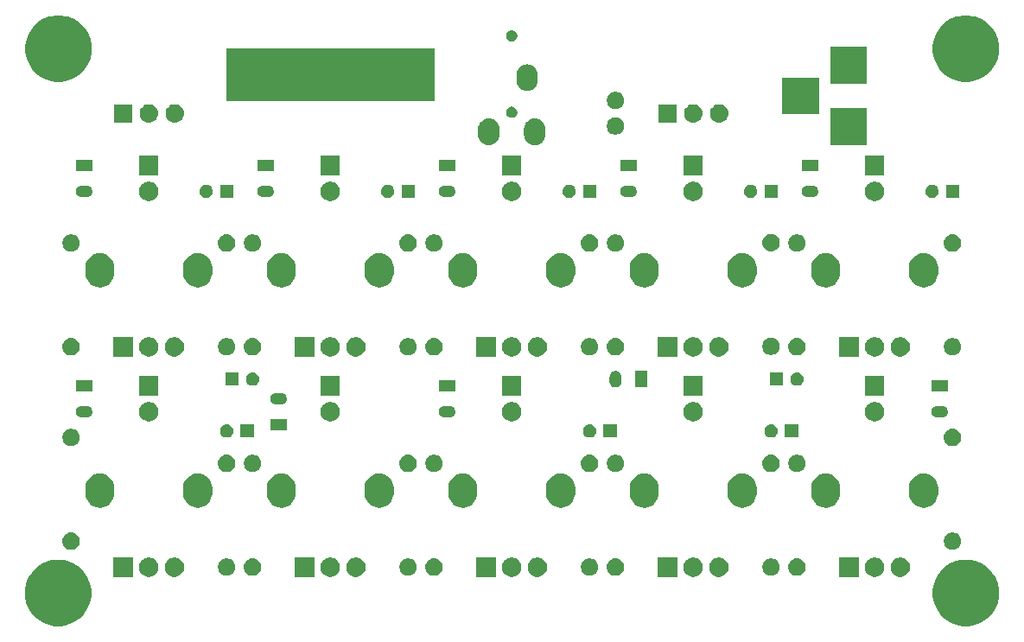
<source format=gbr>
G04 #@! TF.GenerationSoftware,KiCad,Pcbnew,(5.1.4)-1*
G04 #@! TF.CreationDate,2020-12-21T11:31:01-05:00*
G04 #@! TF.ProjectId,buzzybox,62757a7a-7962-46f7-982e-6b696361645f,rev?*
G04 #@! TF.SameCoordinates,Original*
G04 #@! TF.FileFunction,Soldermask,Bot*
G04 #@! TF.FilePolarity,Negative*
%FSLAX46Y46*%
G04 Gerber Fmt 4.6, Leading zero omitted, Abs format (unit mm)*
G04 Created by KiCad (PCBNEW (5.1.4)-1) date 2020-12-21 11:31:01*
%MOMM*%
%LPD*%
G04 APERTURE LIST*
%ADD10C,0.100000*%
G04 APERTURE END LIST*
D10*
G36*
X104140000Y-58420000D02*
G01*
X83820000Y-58420000D01*
X83820000Y-53340000D01*
X104140000Y-53340000D01*
X104140000Y-58420000D01*
G37*
X104140000Y-58420000D02*
X83820000Y-58420000D01*
X83820000Y-53340000D01*
X104140000Y-53340000D01*
X104140000Y-58420000D01*
G36*
X156821488Y-103478985D02*
G01*
X157198282Y-103553934D01*
X157789926Y-103799001D01*
X158050595Y-103973175D01*
X158322391Y-104154783D01*
X158775217Y-104607609D01*
X158825244Y-104682480D01*
X159130999Y-105140074D01*
X159376066Y-105731718D01*
X159501000Y-106359804D01*
X159501000Y-107000196D01*
X159376066Y-107628282D01*
X159130999Y-108219926D01*
X158775216Y-108752392D01*
X158322392Y-109205216D01*
X157789926Y-109560999D01*
X157198282Y-109806066D01*
X156884239Y-109868533D01*
X156570197Y-109931000D01*
X155929803Y-109931000D01*
X155615761Y-109868533D01*
X155301718Y-109806066D01*
X154710074Y-109560999D01*
X154177608Y-109205216D01*
X153724784Y-108752392D01*
X153369001Y-108219926D01*
X153123934Y-107628282D01*
X152999000Y-107000196D01*
X152999000Y-106359804D01*
X153123934Y-105731718D01*
X153369001Y-105140074D01*
X153674756Y-104682480D01*
X153724783Y-104607609D01*
X154177609Y-104154783D01*
X154449405Y-103973175D01*
X154710074Y-103799001D01*
X155301718Y-103553934D01*
X155678512Y-103478985D01*
X155929803Y-103429000D01*
X156570197Y-103429000D01*
X156821488Y-103478985D01*
X156821488Y-103478985D01*
G37*
G36*
X67881488Y-103478985D02*
G01*
X68258282Y-103553934D01*
X68849926Y-103799001D01*
X69110595Y-103973175D01*
X69382391Y-104154783D01*
X69835217Y-104607609D01*
X69885244Y-104682480D01*
X70190999Y-105140074D01*
X70436066Y-105731718D01*
X70561000Y-106359804D01*
X70561000Y-107000196D01*
X70436066Y-107628282D01*
X70190999Y-108219926D01*
X69835216Y-108752392D01*
X69382392Y-109205216D01*
X68849926Y-109560999D01*
X68258282Y-109806066D01*
X67944239Y-109868533D01*
X67630197Y-109931000D01*
X66989803Y-109931000D01*
X66675761Y-109868533D01*
X66361718Y-109806066D01*
X65770074Y-109560999D01*
X65237608Y-109205216D01*
X64784784Y-108752392D01*
X64429001Y-108219926D01*
X64183934Y-107628282D01*
X64059000Y-107000196D01*
X64059000Y-106359804D01*
X64183934Y-105731718D01*
X64429001Y-105140074D01*
X64734756Y-104682480D01*
X64784783Y-104607609D01*
X65237609Y-104154783D01*
X65509405Y-103973175D01*
X65770074Y-103799001D01*
X66361718Y-103553934D01*
X66738512Y-103478985D01*
X66989803Y-103429000D01*
X67630197Y-103429000D01*
X67881488Y-103478985D01*
X67881488Y-103478985D01*
G37*
G36*
X78977395Y-103225546D02*
G01*
X79150466Y-103297234D01*
X79156572Y-103301314D01*
X79306227Y-103401310D01*
X79438690Y-103533773D01*
X79481284Y-103597520D01*
X79542766Y-103689534D01*
X79614454Y-103862605D01*
X79651000Y-104046333D01*
X79651000Y-104233667D01*
X79614454Y-104417395D01*
X79542766Y-104590466D01*
X79542765Y-104590467D01*
X79438690Y-104746227D01*
X79306227Y-104878690D01*
X79283092Y-104894148D01*
X79150466Y-104982766D01*
X78977395Y-105054454D01*
X78793667Y-105091000D01*
X78606333Y-105091000D01*
X78422605Y-105054454D01*
X78249534Y-104982766D01*
X78116908Y-104894148D01*
X78093773Y-104878690D01*
X77961310Y-104746227D01*
X77857235Y-104590467D01*
X77857234Y-104590466D01*
X77785546Y-104417395D01*
X77749000Y-104233667D01*
X77749000Y-104046333D01*
X77785546Y-103862605D01*
X77857234Y-103689534D01*
X77918716Y-103597520D01*
X77961310Y-103533773D01*
X78093773Y-103401310D01*
X78243428Y-103301314D01*
X78249534Y-103297234D01*
X78422605Y-103225546D01*
X78606333Y-103189000D01*
X78793667Y-103189000D01*
X78977395Y-103225546D01*
X78977395Y-103225546D01*
G37*
G36*
X92431000Y-105091000D02*
G01*
X90529000Y-105091000D01*
X90529000Y-103189000D01*
X92431000Y-103189000D01*
X92431000Y-105091000D01*
X92431000Y-105091000D01*
G37*
G36*
X129817395Y-103225546D02*
G01*
X129990466Y-103297234D01*
X129996572Y-103301314D01*
X130146227Y-103401310D01*
X130278690Y-103533773D01*
X130321284Y-103597520D01*
X130382766Y-103689534D01*
X130454454Y-103862605D01*
X130491000Y-104046333D01*
X130491000Y-104233667D01*
X130454454Y-104417395D01*
X130382766Y-104590466D01*
X130382765Y-104590467D01*
X130278690Y-104746227D01*
X130146227Y-104878690D01*
X130123092Y-104894148D01*
X129990466Y-104982766D01*
X129817395Y-105054454D01*
X129633667Y-105091000D01*
X129446333Y-105091000D01*
X129262605Y-105054454D01*
X129089534Y-104982766D01*
X128956908Y-104894148D01*
X128933773Y-104878690D01*
X128801310Y-104746227D01*
X128697235Y-104590467D01*
X128697234Y-104590466D01*
X128625546Y-104417395D01*
X128589000Y-104233667D01*
X128589000Y-104046333D01*
X128625546Y-103862605D01*
X128697234Y-103689534D01*
X128758716Y-103597520D01*
X128801310Y-103533773D01*
X128933773Y-103401310D01*
X129083428Y-103301314D01*
X129089534Y-103297234D01*
X129262605Y-103225546D01*
X129446333Y-103189000D01*
X129633667Y-103189000D01*
X129817395Y-103225546D01*
X129817395Y-103225546D01*
G37*
G36*
X127991000Y-105091000D02*
G01*
X126089000Y-105091000D01*
X126089000Y-103189000D01*
X127991000Y-103189000D01*
X127991000Y-105091000D01*
X127991000Y-105091000D01*
G37*
G36*
X114537395Y-103225546D02*
G01*
X114710466Y-103297234D01*
X114716572Y-103301314D01*
X114866227Y-103401310D01*
X114998690Y-103533773D01*
X115041284Y-103597520D01*
X115102766Y-103689534D01*
X115174454Y-103862605D01*
X115211000Y-104046333D01*
X115211000Y-104233667D01*
X115174454Y-104417395D01*
X115102766Y-104590466D01*
X115102765Y-104590467D01*
X114998690Y-104746227D01*
X114866227Y-104878690D01*
X114843092Y-104894148D01*
X114710466Y-104982766D01*
X114537395Y-105054454D01*
X114353667Y-105091000D01*
X114166333Y-105091000D01*
X113982605Y-105054454D01*
X113809534Y-104982766D01*
X113676908Y-104894148D01*
X113653773Y-104878690D01*
X113521310Y-104746227D01*
X113417235Y-104590467D01*
X113417234Y-104590466D01*
X113345546Y-104417395D01*
X113309000Y-104233667D01*
X113309000Y-104046333D01*
X113345546Y-103862605D01*
X113417234Y-103689534D01*
X113478716Y-103597520D01*
X113521310Y-103533773D01*
X113653773Y-103401310D01*
X113803428Y-103301314D01*
X113809534Y-103297234D01*
X113982605Y-103225546D01*
X114166333Y-103189000D01*
X114353667Y-103189000D01*
X114537395Y-103225546D01*
X114537395Y-103225546D01*
G37*
G36*
X112037395Y-103225546D02*
G01*
X112210466Y-103297234D01*
X112216572Y-103301314D01*
X112366227Y-103401310D01*
X112498690Y-103533773D01*
X112541284Y-103597520D01*
X112602766Y-103689534D01*
X112674454Y-103862605D01*
X112711000Y-104046333D01*
X112711000Y-104233667D01*
X112674454Y-104417395D01*
X112602766Y-104590466D01*
X112602765Y-104590467D01*
X112498690Y-104746227D01*
X112366227Y-104878690D01*
X112343092Y-104894148D01*
X112210466Y-104982766D01*
X112037395Y-105054454D01*
X111853667Y-105091000D01*
X111666333Y-105091000D01*
X111482605Y-105054454D01*
X111309534Y-104982766D01*
X111176908Y-104894148D01*
X111153773Y-104878690D01*
X111021310Y-104746227D01*
X110917235Y-104590467D01*
X110917234Y-104590466D01*
X110845546Y-104417395D01*
X110809000Y-104233667D01*
X110809000Y-104046333D01*
X110845546Y-103862605D01*
X110917234Y-103689534D01*
X110978716Y-103597520D01*
X111021310Y-103533773D01*
X111153773Y-103401310D01*
X111303428Y-103301314D01*
X111309534Y-103297234D01*
X111482605Y-103225546D01*
X111666333Y-103189000D01*
X111853667Y-103189000D01*
X112037395Y-103225546D01*
X112037395Y-103225546D01*
G37*
G36*
X110211000Y-105091000D02*
G01*
X108309000Y-105091000D01*
X108309000Y-103189000D01*
X110211000Y-103189000D01*
X110211000Y-105091000D01*
X110211000Y-105091000D01*
G37*
G36*
X96757395Y-103225546D02*
G01*
X96930466Y-103297234D01*
X96936572Y-103301314D01*
X97086227Y-103401310D01*
X97218690Y-103533773D01*
X97261284Y-103597520D01*
X97322766Y-103689534D01*
X97394454Y-103862605D01*
X97431000Y-104046333D01*
X97431000Y-104233667D01*
X97394454Y-104417395D01*
X97322766Y-104590466D01*
X97322765Y-104590467D01*
X97218690Y-104746227D01*
X97086227Y-104878690D01*
X97063092Y-104894148D01*
X96930466Y-104982766D01*
X96757395Y-105054454D01*
X96573667Y-105091000D01*
X96386333Y-105091000D01*
X96202605Y-105054454D01*
X96029534Y-104982766D01*
X95896908Y-104894148D01*
X95873773Y-104878690D01*
X95741310Y-104746227D01*
X95637235Y-104590467D01*
X95637234Y-104590466D01*
X95565546Y-104417395D01*
X95529000Y-104233667D01*
X95529000Y-104046333D01*
X95565546Y-103862605D01*
X95637234Y-103689534D01*
X95698716Y-103597520D01*
X95741310Y-103533773D01*
X95873773Y-103401310D01*
X96023428Y-103301314D01*
X96029534Y-103297234D01*
X96202605Y-103225546D01*
X96386333Y-103189000D01*
X96573667Y-103189000D01*
X96757395Y-103225546D01*
X96757395Y-103225546D01*
G37*
G36*
X94257395Y-103225546D02*
G01*
X94430466Y-103297234D01*
X94436572Y-103301314D01*
X94586227Y-103401310D01*
X94718690Y-103533773D01*
X94761284Y-103597520D01*
X94822766Y-103689534D01*
X94894454Y-103862605D01*
X94931000Y-104046333D01*
X94931000Y-104233667D01*
X94894454Y-104417395D01*
X94822766Y-104590466D01*
X94822765Y-104590467D01*
X94718690Y-104746227D01*
X94586227Y-104878690D01*
X94563092Y-104894148D01*
X94430466Y-104982766D01*
X94257395Y-105054454D01*
X94073667Y-105091000D01*
X93886333Y-105091000D01*
X93702605Y-105054454D01*
X93529534Y-104982766D01*
X93396908Y-104894148D01*
X93373773Y-104878690D01*
X93241310Y-104746227D01*
X93137235Y-104590467D01*
X93137234Y-104590466D01*
X93065546Y-104417395D01*
X93029000Y-104233667D01*
X93029000Y-104046333D01*
X93065546Y-103862605D01*
X93137234Y-103689534D01*
X93198716Y-103597520D01*
X93241310Y-103533773D01*
X93373773Y-103401310D01*
X93523428Y-103301314D01*
X93529534Y-103297234D01*
X93702605Y-103225546D01*
X93886333Y-103189000D01*
X94073667Y-103189000D01*
X94257395Y-103225546D01*
X94257395Y-103225546D01*
G37*
G36*
X132317395Y-103225546D02*
G01*
X132490466Y-103297234D01*
X132496572Y-103301314D01*
X132646227Y-103401310D01*
X132778690Y-103533773D01*
X132821284Y-103597520D01*
X132882766Y-103689534D01*
X132954454Y-103862605D01*
X132991000Y-104046333D01*
X132991000Y-104233667D01*
X132954454Y-104417395D01*
X132882766Y-104590466D01*
X132882765Y-104590467D01*
X132778690Y-104746227D01*
X132646227Y-104878690D01*
X132623092Y-104894148D01*
X132490466Y-104982766D01*
X132317395Y-105054454D01*
X132133667Y-105091000D01*
X131946333Y-105091000D01*
X131762605Y-105054454D01*
X131589534Y-104982766D01*
X131456908Y-104894148D01*
X131433773Y-104878690D01*
X131301310Y-104746227D01*
X131197235Y-104590467D01*
X131197234Y-104590466D01*
X131125546Y-104417395D01*
X131089000Y-104233667D01*
X131089000Y-104046333D01*
X131125546Y-103862605D01*
X131197234Y-103689534D01*
X131258716Y-103597520D01*
X131301310Y-103533773D01*
X131433773Y-103401310D01*
X131583428Y-103301314D01*
X131589534Y-103297234D01*
X131762605Y-103225546D01*
X131946333Y-103189000D01*
X132133667Y-103189000D01*
X132317395Y-103225546D01*
X132317395Y-103225546D01*
G37*
G36*
X145771000Y-105091000D02*
G01*
X143869000Y-105091000D01*
X143869000Y-103189000D01*
X145771000Y-103189000D01*
X145771000Y-105091000D01*
X145771000Y-105091000D01*
G37*
G36*
X147597395Y-103225546D02*
G01*
X147770466Y-103297234D01*
X147776572Y-103301314D01*
X147926227Y-103401310D01*
X148058690Y-103533773D01*
X148101284Y-103597520D01*
X148162766Y-103689534D01*
X148234454Y-103862605D01*
X148271000Y-104046333D01*
X148271000Y-104233667D01*
X148234454Y-104417395D01*
X148162766Y-104590466D01*
X148162765Y-104590467D01*
X148058690Y-104746227D01*
X147926227Y-104878690D01*
X147903092Y-104894148D01*
X147770466Y-104982766D01*
X147597395Y-105054454D01*
X147413667Y-105091000D01*
X147226333Y-105091000D01*
X147042605Y-105054454D01*
X146869534Y-104982766D01*
X146736908Y-104894148D01*
X146713773Y-104878690D01*
X146581310Y-104746227D01*
X146477235Y-104590467D01*
X146477234Y-104590466D01*
X146405546Y-104417395D01*
X146369000Y-104233667D01*
X146369000Y-104046333D01*
X146405546Y-103862605D01*
X146477234Y-103689534D01*
X146538716Y-103597520D01*
X146581310Y-103533773D01*
X146713773Y-103401310D01*
X146863428Y-103301314D01*
X146869534Y-103297234D01*
X147042605Y-103225546D01*
X147226333Y-103189000D01*
X147413667Y-103189000D01*
X147597395Y-103225546D01*
X147597395Y-103225546D01*
G37*
G36*
X150097395Y-103225546D02*
G01*
X150270466Y-103297234D01*
X150276572Y-103301314D01*
X150426227Y-103401310D01*
X150558690Y-103533773D01*
X150601284Y-103597520D01*
X150662766Y-103689534D01*
X150734454Y-103862605D01*
X150771000Y-104046333D01*
X150771000Y-104233667D01*
X150734454Y-104417395D01*
X150662766Y-104590466D01*
X150662765Y-104590467D01*
X150558690Y-104746227D01*
X150426227Y-104878690D01*
X150403092Y-104894148D01*
X150270466Y-104982766D01*
X150097395Y-105054454D01*
X149913667Y-105091000D01*
X149726333Y-105091000D01*
X149542605Y-105054454D01*
X149369534Y-104982766D01*
X149236908Y-104894148D01*
X149213773Y-104878690D01*
X149081310Y-104746227D01*
X148977235Y-104590467D01*
X148977234Y-104590466D01*
X148905546Y-104417395D01*
X148869000Y-104233667D01*
X148869000Y-104046333D01*
X148905546Y-103862605D01*
X148977234Y-103689534D01*
X149038716Y-103597520D01*
X149081310Y-103533773D01*
X149213773Y-103401310D01*
X149363428Y-103301314D01*
X149369534Y-103297234D01*
X149542605Y-103225546D01*
X149726333Y-103189000D01*
X149913667Y-103189000D01*
X150097395Y-103225546D01*
X150097395Y-103225546D01*
G37*
G36*
X74651000Y-105091000D02*
G01*
X72749000Y-105091000D01*
X72749000Y-103189000D01*
X74651000Y-103189000D01*
X74651000Y-105091000D01*
X74651000Y-105091000D01*
G37*
G36*
X76477395Y-103225546D02*
G01*
X76650466Y-103297234D01*
X76656572Y-103301314D01*
X76806227Y-103401310D01*
X76938690Y-103533773D01*
X76981284Y-103597520D01*
X77042766Y-103689534D01*
X77114454Y-103862605D01*
X77151000Y-104046333D01*
X77151000Y-104233667D01*
X77114454Y-104417395D01*
X77042766Y-104590466D01*
X77042765Y-104590467D01*
X76938690Y-104746227D01*
X76806227Y-104878690D01*
X76783092Y-104894148D01*
X76650466Y-104982766D01*
X76477395Y-105054454D01*
X76293667Y-105091000D01*
X76106333Y-105091000D01*
X75922605Y-105054454D01*
X75749534Y-104982766D01*
X75616908Y-104894148D01*
X75593773Y-104878690D01*
X75461310Y-104746227D01*
X75357235Y-104590467D01*
X75357234Y-104590466D01*
X75285546Y-104417395D01*
X75249000Y-104233667D01*
X75249000Y-104046333D01*
X75285546Y-103862605D01*
X75357234Y-103689534D01*
X75418716Y-103597520D01*
X75461310Y-103533773D01*
X75593773Y-103401310D01*
X75743428Y-103301314D01*
X75749534Y-103297234D01*
X75922605Y-103225546D01*
X76106333Y-103189000D01*
X76293667Y-103189000D01*
X76477395Y-103225546D01*
X76477395Y-103225546D01*
G37*
G36*
X137408228Y-103321703D02*
G01*
X137563100Y-103385853D01*
X137702481Y-103478985D01*
X137821015Y-103597519D01*
X137914147Y-103736900D01*
X137978297Y-103891772D01*
X138011000Y-104056184D01*
X138011000Y-104223816D01*
X137978297Y-104388228D01*
X137914147Y-104543100D01*
X137821015Y-104682481D01*
X137702481Y-104801015D01*
X137563100Y-104894147D01*
X137408228Y-104958297D01*
X137243816Y-104991000D01*
X137076184Y-104991000D01*
X136911772Y-104958297D01*
X136756900Y-104894147D01*
X136617519Y-104801015D01*
X136498985Y-104682481D01*
X136405853Y-104543100D01*
X136341703Y-104388228D01*
X136309000Y-104223816D01*
X136309000Y-104056184D01*
X136341703Y-103891772D01*
X136405853Y-103736900D01*
X136498985Y-103597519D01*
X136617519Y-103478985D01*
X136756900Y-103385853D01*
X136911772Y-103321703D01*
X137076184Y-103289000D01*
X137243816Y-103289000D01*
X137408228Y-103321703D01*
X137408228Y-103321703D01*
G37*
G36*
X86526823Y-103301313D02*
G01*
X86687242Y-103349976D01*
X86754361Y-103385852D01*
X86835078Y-103428996D01*
X86964659Y-103535341D01*
X87071004Y-103664922D01*
X87071005Y-103664924D01*
X87150024Y-103812758D01*
X87198687Y-103973177D01*
X87215117Y-104140000D01*
X87198687Y-104306823D01*
X87150024Y-104467242D01*
X87109477Y-104543100D01*
X87071004Y-104615078D01*
X86964659Y-104744659D01*
X86835078Y-104851004D01*
X86835076Y-104851005D01*
X86687242Y-104930024D01*
X86526823Y-104978687D01*
X86401804Y-104991000D01*
X86318196Y-104991000D01*
X86193177Y-104978687D01*
X86032758Y-104930024D01*
X85884924Y-104851005D01*
X85884922Y-104851004D01*
X85755341Y-104744659D01*
X85648996Y-104615078D01*
X85610523Y-104543100D01*
X85569976Y-104467242D01*
X85521313Y-104306823D01*
X85504883Y-104140000D01*
X85521313Y-103973177D01*
X85569976Y-103812758D01*
X85648995Y-103664924D01*
X85648996Y-103664922D01*
X85755341Y-103535341D01*
X85884922Y-103428996D01*
X85965639Y-103385852D01*
X86032758Y-103349976D01*
X86193177Y-103301313D01*
X86318196Y-103289000D01*
X86401804Y-103289000D01*
X86526823Y-103301313D01*
X86526823Y-103301313D01*
G37*
G36*
X101848228Y-103321703D02*
G01*
X102003100Y-103385853D01*
X102142481Y-103478985D01*
X102261015Y-103597519D01*
X102354147Y-103736900D01*
X102418297Y-103891772D01*
X102451000Y-104056184D01*
X102451000Y-104223816D01*
X102418297Y-104388228D01*
X102354147Y-104543100D01*
X102261015Y-104682481D01*
X102142481Y-104801015D01*
X102003100Y-104894147D01*
X101848228Y-104958297D01*
X101683816Y-104991000D01*
X101516184Y-104991000D01*
X101351772Y-104958297D01*
X101196900Y-104894147D01*
X101057519Y-104801015D01*
X100938985Y-104682481D01*
X100845853Y-104543100D01*
X100781703Y-104388228D01*
X100749000Y-104223816D01*
X100749000Y-104056184D01*
X100781703Y-103891772D01*
X100845853Y-103736900D01*
X100938985Y-103597519D01*
X101057519Y-103478985D01*
X101196900Y-103385853D01*
X101351772Y-103321703D01*
X101516184Y-103289000D01*
X101683816Y-103289000D01*
X101848228Y-103321703D01*
X101848228Y-103321703D01*
G37*
G36*
X139866823Y-103301313D02*
G01*
X140027242Y-103349976D01*
X140094361Y-103385852D01*
X140175078Y-103428996D01*
X140304659Y-103535341D01*
X140411004Y-103664922D01*
X140411005Y-103664924D01*
X140490024Y-103812758D01*
X140538687Y-103973177D01*
X140555117Y-104140000D01*
X140538687Y-104306823D01*
X140490024Y-104467242D01*
X140449477Y-104543100D01*
X140411004Y-104615078D01*
X140304659Y-104744659D01*
X140175078Y-104851004D01*
X140175076Y-104851005D01*
X140027242Y-104930024D01*
X139866823Y-104978687D01*
X139741804Y-104991000D01*
X139658196Y-104991000D01*
X139533177Y-104978687D01*
X139372758Y-104930024D01*
X139224924Y-104851005D01*
X139224922Y-104851004D01*
X139095341Y-104744659D01*
X138988996Y-104615078D01*
X138950523Y-104543100D01*
X138909976Y-104467242D01*
X138861313Y-104306823D01*
X138844883Y-104140000D01*
X138861313Y-103973177D01*
X138909976Y-103812758D01*
X138988995Y-103664924D01*
X138988996Y-103664922D01*
X139095341Y-103535341D01*
X139224922Y-103428996D01*
X139305639Y-103385852D01*
X139372758Y-103349976D01*
X139533177Y-103301313D01*
X139658196Y-103289000D01*
X139741804Y-103289000D01*
X139866823Y-103301313D01*
X139866823Y-103301313D01*
G37*
G36*
X122086823Y-103301313D02*
G01*
X122247242Y-103349976D01*
X122314361Y-103385852D01*
X122395078Y-103428996D01*
X122524659Y-103535341D01*
X122631004Y-103664922D01*
X122631005Y-103664924D01*
X122710024Y-103812758D01*
X122758687Y-103973177D01*
X122775117Y-104140000D01*
X122758687Y-104306823D01*
X122710024Y-104467242D01*
X122669477Y-104543100D01*
X122631004Y-104615078D01*
X122524659Y-104744659D01*
X122395078Y-104851004D01*
X122395076Y-104851005D01*
X122247242Y-104930024D01*
X122086823Y-104978687D01*
X121961804Y-104991000D01*
X121878196Y-104991000D01*
X121753177Y-104978687D01*
X121592758Y-104930024D01*
X121444924Y-104851005D01*
X121444922Y-104851004D01*
X121315341Y-104744659D01*
X121208996Y-104615078D01*
X121170523Y-104543100D01*
X121129976Y-104467242D01*
X121081313Y-104306823D01*
X121064883Y-104140000D01*
X121081313Y-103973177D01*
X121129976Y-103812758D01*
X121208995Y-103664924D01*
X121208996Y-103664922D01*
X121315341Y-103535341D01*
X121444922Y-103428996D01*
X121525639Y-103385852D01*
X121592758Y-103349976D01*
X121753177Y-103301313D01*
X121878196Y-103289000D01*
X121961804Y-103289000D01*
X122086823Y-103301313D01*
X122086823Y-103301313D01*
G37*
G36*
X119628228Y-103321703D02*
G01*
X119783100Y-103385853D01*
X119922481Y-103478985D01*
X120041015Y-103597519D01*
X120134147Y-103736900D01*
X120198297Y-103891772D01*
X120231000Y-104056184D01*
X120231000Y-104223816D01*
X120198297Y-104388228D01*
X120134147Y-104543100D01*
X120041015Y-104682481D01*
X119922481Y-104801015D01*
X119783100Y-104894147D01*
X119628228Y-104958297D01*
X119463816Y-104991000D01*
X119296184Y-104991000D01*
X119131772Y-104958297D01*
X118976900Y-104894147D01*
X118837519Y-104801015D01*
X118718985Y-104682481D01*
X118625853Y-104543100D01*
X118561703Y-104388228D01*
X118529000Y-104223816D01*
X118529000Y-104056184D01*
X118561703Y-103891772D01*
X118625853Y-103736900D01*
X118718985Y-103597519D01*
X118837519Y-103478985D01*
X118976900Y-103385853D01*
X119131772Y-103321703D01*
X119296184Y-103289000D01*
X119463816Y-103289000D01*
X119628228Y-103321703D01*
X119628228Y-103321703D01*
G37*
G36*
X104306823Y-103301313D02*
G01*
X104467242Y-103349976D01*
X104534361Y-103385852D01*
X104615078Y-103428996D01*
X104744659Y-103535341D01*
X104851004Y-103664922D01*
X104851005Y-103664924D01*
X104930024Y-103812758D01*
X104978687Y-103973177D01*
X104995117Y-104140000D01*
X104978687Y-104306823D01*
X104930024Y-104467242D01*
X104889477Y-104543100D01*
X104851004Y-104615078D01*
X104744659Y-104744659D01*
X104615078Y-104851004D01*
X104615076Y-104851005D01*
X104467242Y-104930024D01*
X104306823Y-104978687D01*
X104181804Y-104991000D01*
X104098196Y-104991000D01*
X103973177Y-104978687D01*
X103812758Y-104930024D01*
X103664924Y-104851005D01*
X103664922Y-104851004D01*
X103535341Y-104744659D01*
X103428996Y-104615078D01*
X103390523Y-104543100D01*
X103349976Y-104467242D01*
X103301313Y-104306823D01*
X103284883Y-104140000D01*
X103301313Y-103973177D01*
X103349976Y-103812758D01*
X103428995Y-103664924D01*
X103428996Y-103664922D01*
X103535341Y-103535341D01*
X103664922Y-103428996D01*
X103745639Y-103385852D01*
X103812758Y-103349976D01*
X103973177Y-103301313D01*
X104098196Y-103289000D01*
X104181804Y-103289000D01*
X104306823Y-103301313D01*
X104306823Y-103301313D01*
G37*
G36*
X84068228Y-103321703D02*
G01*
X84223100Y-103385853D01*
X84362481Y-103478985D01*
X84481015Y-103597519D01*
X84574147Y-103736900D01*
X84638297Y-103891772D01*
X84671000Y-104056184D01*
X84671000Y-104223816D01*
X84638297Y-104388228D01*
X84574147Y-104543100D01*
X84481015Y-104682481D01*
X84362481Y-104801015D01*
X84223100Y-104894147D01*
X84068228Y-104958297D01*
X83903816Y-104991000D01*
X83736184Y-104991000D01*
X83571772Y-104958297D01*
X83416900Y-104894147D01*
X83277519Y-104801015D01*
X83158985Y-104682481D01*
X83065853Y-104543100D01*
X83001703Y-104388228D01*
X82969000Y-104223816D01*
X82969000Y-104056184D01*
X83001703Y-103891772D01*
X83065853Y-103736900D01*
X83158985Y-103597519D01*
X83277519Y-103478985D01*
X83416900Y-103385853D01*
X83571772Y-103321703D01*
X83736184Y-103289000D01*
X83903816Y-103289000D01*
X84068228Y-103321703D01*
X84068228Y-103321703D01*
G37*
G36*
X155188228Y-100781703D02*
G01*
X155343100Y-100845853D01*
X155482481Y-100938985D01*
X155601015Y-101057519D01*
X155694147Y-101196900D01*
X155758297Y-101351772D01*
X155791000Y-101516184D01*
X155791000Y-101683816D01*
X155758297Y-101848228D01*
X155694147Y-102003100D01*
X155601015Y-102142481D01*
X155482481Y-102261015D01*
X155343100Y-102354147D01*
X155188228Y-102418297D01*
X155023816Y-102451000D01*
X154856184Y-102451000D01*
X154691772Y-102418297D01*
X154536900Y-102354147D01*
X154397519Y-102261015D01*
X154278985Y-102142481D01*
X154185853Y-102003100D01*
X154121703Y-101848228D01*
X154089000Y-101683816D01*
X154089000Y-101516184D01*
X154121703Y-101351772D01*
X154185853Y-101196900D01*
X154278985Y-101057519D01*
X154397519Y-100938985D01*
X154536900Y-100845853D01*
X154691772Y-100781703D01*
X154856184Y-100749000D01*
X155023816Y-100749000D01*
X155188228Y-100781703D01*
X155188228Y-100781703D01*
G37*
G36*
X68746823Y-100761313D02*
G01*
X68907242Y-100809976D01*
X68974361Y-100845852D01*
X69055078Y-100888996D01*
X69184659Y-100995341D01*
X69291004Y-101124922D01*
X69291005Y-101124924D01*
X69370024Y-101272758D01*
X69418687Y-101433177D01*
X69435117Y-101600000D01*
X69418687Y-101766823D01*
X69370024Y-101927242D01*
X69329477Y-102003100D01*
X69291004Y-102075078D01*
X69184659Y-102204659D01*
X69055078Y-102311004D01*
X69055076Y-102311005D01*
X68907242Y-102390024D01*
X68746823Y-102438687D01*
X68621804Y-102451000D01*
X68538196Y-102451000D01*
X68413177Y-102438687D01*
X68252758Y-102390024D01*
X68104924Y-102311005D01*
X68104922Y-102311004D01*
X67975341Y-102204659D01*
X67868996Y-102075078D01*
X67830523Y-102003100D01*
X67789976Y-101927242D01*
X67741313Y-101766823D01*
X67724883Y-101600000D01*
X67741313Y-101433177D01*
X67789976Y-101272758D01*
X67868995Y-101124924D01*
X67868996Y-101124922D01*
X67975341Y-100995341D01*
X68104922Y-100888996D01*
X68185639Y-100845852D01*
X68252758Y-100809976D01*
X68413177Y-100761313D01*
X68538196Y-100749000D01*
X68621804Y-100749000D01*
X68746823Y-100761313D01*
X68746823Y-100761313D01*
G37*
G36*
X116836604Y-94989416D02*
G01*
X117102579Y-95070099D01*
X117102581Y-95070100D01*
X117347701Y-95201119D01*
X117562556Y-95377444D01*
X117738881Y-95592299D01*
X117869900Y-95837418D01*
X117869900Y-95837419D01*
X117869901Y-95837421D01*
X117950584Y-96103397D01*
X117971000Y-96310685D01*
X117971000Y-96969316D01*
X117950584Y-97176604D01*
X117869901Y-97442578D01*
X117869900Y-97442581D01*
X117738881Y-97687701D01*
X117562556Y-97902556D01*
X117347700Y-98078881D01*
X117102580Y-98209900D01*
X117102578Y-98209901D01*
X116836603Y-98290584D01*
X116560000Y-98317827D01*
X116283396Y-98290584D01*
X116017421Y-98209901D01*
X116017419Y-98209900D01*
X115772299Y-98078881D01*
X115557444Y-97902556D01*
X115381119Y-97687700D01*
X115250100Y-97442580D01*
X115250099Y-97442578D01*
X115169416Y-97176603D01*
X115149000Y-96969315D01*
X115149000Y-96310684D01*
X115169416Y-96103396D01*
X115250099Y-95837421D01*
X115381120Y-95592298D01*
X115557444Y-95377444D01*
X115772300Y-95201119D01*
X116017420Y-95070100D01*
X116017422Y-95070099D01*
X116283397Y-94989416D01*
X116560000Y-94962173D01*
X116836604Y-94989416D01*
X116836604Y-94989416D01*
G37*
G36*
X89456604Y-94989416D02*
G01*
X89722579Y-95070099D01*
X89722581Y-95070100D01*
X89967701Y-95201119D01*
X90182556Y-95377444D01*
X90358881Y-95592299D01*
X90489900Y-95837418D01*
X90489900Y-95837419D01*
X90489901Y-95837421D01*
X90570584Y-96103397D01*
X90591000Y-96310685D01*
X90591000Y-96969316D01*
X90570584Y-97176604D01*
X90489901Y-97442578D01*
X90489900Y-97442581D01*
X90358881Y-97687701D01*
X90182556Y-97902556D01*
X89967700Y-98078881D01*
X89722580Y-98209900D01*
X89722578Y-98209901D01*
X89456603Y-98290584D01*
X89180000Y-98317827D01*
X88903396Y-98290584D01*
X88637421Y-98209901D01*
X88637419Y-98209900D01*
X88392299Y-98078881D01*
X88177444Y-97902556D01*
X88001119Y-97687700D01*
X87870100Y-97442580D01*
X87870099Y-97442578D01*
X87789416Y-97176603D01*
X87769000Y-96969315D01*
X87769000Y-96310684D01*
X87789416Y-96103396D01*
X87870099Y-95837421D01*
X88001120Y-95592298D01*
X88177444Y-95377444D01*
X88392300Y-95201119D01*
X88637420Y-95070100D01*
X88637422Y-95070099D01*
X88903397Y-94989416D01*
X89180000Y-94962173D01*
X89456604Y-94989416D01*
X89456604Y-94989416D01*
G37*
G36*
X99056604Y-94989416D02*
G01*
X99322579Y-95070099D01*
X99322581Y-95070100D01*
X99567701Y-95201119D01*
X99782556Y-95377444D01*
X99958881Y-95592299D01*
X100089900Y-95837418D01*
X100089900Y-95837419D01*
X100089901Y-95837421D01*
X100170584Y-96103397D01*
X100191000Y-96310685D01*
X100191000Y-96969316D01*
X100170584Y-97176604D01*
X100089901Y-97442578D01*
X100089900Y-97442581D01*
X99958881Y-97687701D01*
X99782556Y-97902556D01*
X99567700Y-98078881D01*
X99322580Y-98209900D01*
X99322578Y-98209901D01*
X99056603Y-98290584D01*
X98780000Y-98317827D01*
X98503396Y-98290584D01*
X98237421Y-98209901D01*
X98237419Y-98209900D01*
X97992299Y-98078881D01*
X97777444Y-97902556D01*
X97601119Y-97687700D01*
X97470100Y-97442580D01*
X97470099Y-97442578D01*
X97389416Y-97176603D01*
X97369000Y-96969315D01*
X97369000Y-96310684D01*
X97389416Y-96103396D01*
X97470099Y-95837421D01*
X97601120Y-95592298D01*
X97777444Y-95377444D01*
X97992300Y-95201119D01*
X98237420Y-95070100D01*
X98237422Y-95070099D01*
X98503397Y-94989416D01*
X98780000Y-94962173D01*
X99056604Y-94989416D01*
X99056604Y-94989416D01*
G37*
G36*
X71676604Y-94989416D02*
G01*
X71942579Y-95070099D01*
X71942581Y-95070100D01*
X72187701Y-95201119D01*
X72402556Y-95377444D01*
X72578881Y-95592299D01*
X72709900Y-95837418D01*
X72709900Y-95837419D01*
X72709901Y-95837421D01*
X72790584Y-96103397D01*
X72811000Y-96310685D01*
X72811000Y-96969316D01*
X72790584Y-97176604D01*
X72709901Y-97442578D01*
X72709900Y-97442581D01*
X72578881Y-97687701D01*
X72402556Y-97902556D01*
X72187700Y-98078881D01*
X71942580Y-98209900D01*
X71942578Y-98209901D01*
X71676603Y-98290584D01*
X71400000Y-98317827D01*
X71123396Y-98290584D01*
X70857421Y-98209901D01*
X70857419Y-98209900D01*
X70612299Y-98078881D01*
X70397444Y-97902556D01*
X70221119Y-97687700D01*
X70090100Y-97442580D01*
X70090099Y-97442578D01*
X70009416Y-97176603D01*
X69989000Y-96969315D01*
X69989000Y-96310684D01*
X70009416Y-96103396D01*
X70090099Y-95837421D01*
X70221120Y-95592298D01*
X70397444Y-95377444D01*
X70612300Y-95201119D01*
X70857420Y-95070100D01*
X70857422Y-95070099D01*
X71123397Y-94989416D01*
X71400000Y-94962173D01*
X71676604Y-94989416D01*
X71676604Y-94989416D01*
G37*
G36*
X81276604Y-94989416D02*
G01*
X81542579Y-95070099D01*
X81542581Y-95070100D01*
X81787701Y-95201119D01*
X82002556Y-95377444D01*
X82178881Y-95592299D01*
X82309900Y-95837418D01*
X82309900Y-95837419D01*
X82309901Y-95837421D01*
X82390584Y-96103397D01*
X82411000Y-96310685D01*
X82411000Y-96969316D01*
X82390584Y-97176604D01*
X82309901Y-97442578D01*
X82309900Y-97442581D01*
X82178881Y-97687701D01*
X82002556Y-97902556D01*
X81787700Y-98078881D01*
X81542580Y-98209900D01*
X81542578Y-98209901D01*
X81276603Y-98290584D01*
X81000000Y-98317827D01*
X80723396Y-98290584D01*
X80457421Y-98209901D01*
X80457419Y-98209900D01*
X80212299Y-98078881D01*
X79997444Y-97902556D01*
X79821119Y-97687700D01*
X79690100Y-97442580D01*
X79690099Y-97442578D01*
X79609416Y-97176603D01*
X79589000Y-96969315D01*
X79589000Y-96310684D01*
X79609416Y-96103396D01*
X79690099Y-95837421D01*
X79821120Y-95592298D01*
X79997444Y-95377444D01*
X80212300Y-95201119D01*
X80457420Y-95070100D01*
X80457422Y-95070099D01*
X80723397Y-94989416D01*
X81000000Y-94962173D01*
X81276604Y-94989416D01*
X81276604Y-94989416D01*
G37*
G36*
X152396604Y-94989416D02*
G01*
X152662579Y-95070099D01*
X152662581Y-95070100D01*
X152907701Y-95201119D01*
X153122556Y-95377444D01*
X153298881Y-95592299D01*
X153429900Y-95837418D01*
X153429900Y-95837419D01*
X153429901Y-95837421D01*
X153510584Y-96103397D01*
X153531000Y-96310685D01*
X153531000Y-96969316D01*
X153510584Y-97176604D01*
X153429901Y-97442578D01*
X153429900Y-97442581D01*
X153298881Y-97687701D01*
X153122556Y-97902556D01*
X152907700Y-98078881D01*
X152662580Y-98209900D01*
X152662578Y-98209901D01*
X152396603Y-98290584D01*
X152120000Y-98317827D01*
X151843396Y-98290584D01*
X151577421Y-98209901D01*
X151577419Y-98209900D01*
X151332299Y-98078881D01*
X151117444Y-97902556D01*
X150941119Y-97687700D01*
X150810100Y-97442580D01*
X150810099Y-97442578D01*
X150729416Y-97176603D01*
X150709000Y-96969315D01*
X150709000Y-96310684D01*
X150729416Y-96103396D01*
X150810099Y-95837421D01*
X150941120Y-95592298D01*
X151117444Y-95377444D01*
X151332300Y-95201119D01*
X151577420Y-95070100D01*
X151577422Y-95070099D01*
X151843397Y-94989416D01*
X152120000Y-94962173D01*
X152396604Y-94989416D01*
X152396604Y-94989416D01*
G37*
G36*
X142796604Y-94989416D02*
G01*
X143062579Y-95070099D01*
X143062581Y-95070100D01*
X143307701Y-95201119D01*
X143522556Y-95377444D01*
X143698881Y-95592299D01*
X143829900Y-95837418D01*
X143829900Y-95837419D01*
X143829901Y-95837421D01*
X143910584Y-96103397D01*
X143931000Y-96310685D01*
X143931000Y-96969316D01*
X143910584Y-97176604D01*
X143829901Y-97442578D01*
X143829900Y-97442581D01*
X143698881Y-97687701D01*
X143522556Y-97902556D01*
X143307700Y-98078881D01*
X143062580Y-98209900D01*
X143062578Y-98209901D01*
X142796603Y-98290584D01*
X142520000Y-98317827D01*
X142243396Y-98290584D01*
X141977421Y-98209901D01*
X141977419Y-98209900D01*
X141732299Y-98078881D01*
X141517444Y-97902556D01*
X141341119Y-97687700D01*
X141210100Y-97442580D01*
X141210099Y-97442578D01*
X141129416Y-97176603D01*
X141109000Y-96969315D01*
X141109000Y-96310684D01*
X141129416Y-96103396D01*
X141210099Y-95837421D01*
X141341120Y-95592298D01*
X141517444Y-95377444D01*
X141732300Y-95201119D01*
X141977420Y-95070100D01*
X141977422Y-95070099D01*
X142243397Y-94989416D01*
X142520000Y-94962173D01*
X142796604Y-94989416D01*
X142796604Y-94989416D01*
G37*
G36*
X125016604Y-94989416D02*
G01*
X125282579Y-95070099D01*
X125282581Y-95070100D01*
X125527701Y-95201119D01*
X125742556Y-95377444D01*
X125918881Y-95592299D01*
X126049900Y-95837418D01*
X126049900Y-95837419D01*
X126049901Y-95837421D01*
X126130584Y-96103397D01*
X126151000Y-96310685D01*
X126151000Y-96969316D01*
X126130584Y-97176604D01*
X126049901Y-97442578D01*
X126049900Y-97442581D01*
X125918881Y-97687701D01*
X125742556Y-97902556D01*
X125527700Y-98078881D01*
X125282580Y-98209900D01*
X125282578Y-98209901D01*
X125016603Y-98290584D01*
X124740000Y-98317827D01*
X124463396Y-98290584D01*
X124197421Y-98209901D01*
X124197419Y-98209900D01*
X123952299Y-98078881D01*
X123737444Y-97902556D01*
X123561119Y-97687700D01*
X123430100Y-97442580D01*
X123430099Y-97442578D01*
X123349416Y-97176603D01*
X123329000Y-96969315D01*
X123329000Y-96310684D01*
X123349416Y-96103396D01*
X123430099Y-95837421D01*
X123561120Y-95592298D01*
X123737444Y-95377444D01*
X123952300Y-95201119D01*
X124197420Y-95070100D01*
X124197422Y-95070099D01*
X124463397Y-94989416D01*
X124740000Y-94962173D01*
X125016604Y-94989416D01*
X125016604Y-94989416D01*
G37*
G36*
X134616604Y-94989416D02*
G01*
X134882579Y-95070099D01*
X134882581Y-95070100D01*
X135127701Y-95201119D01*
X135342556Y-95377444D01*
X135518881Y-95592299D01*
X135649900Y-95837418D01*
X135649900Y-95837419D01*
X135649901Y-95837421D01*
X135730584Y-96103397D01*
X135751000Y-96310685D01*
X135751000Y-96969316D01*
X135730584Y-97176604D01*
X135649901Y-97442578D01*
X135649900Y-97442581D01*
X135518881Y-97687701D01*
X135342556Y-97902556D01*
X135127700Y-98078881D01*
X134882580Y-98209900D01*
X134882578Y-98209901D01*
X134616603Y-98290584D01*
X134340000Y-98317827D01*
X134063396Y-98290584D01*
X133797421Y-98209901D01*
X133797419Y-98209900D01*
X133552299Y-98078881D01*
X133337444Y-97902556D01*
X133161119Y-97687700D01*
X133030100Y-97442580D01*
X133030099Y-97442578D01*
X132949416Y-97176603D01*
X132929000Y-96969315D01*
X132929000Y-96310684D01*
X132949416Y-96103396D01*
X133030099Y-95837421D01*
X133161120Y-95592298D01*
X133337444Y-95377444D01*
X133552300Y-95201119D01*
X133797420Y-95070100D01*
X133797422Y-95070099D01*
X134063397Y-94989416D01*
X134340000Y-94962173D01*
X134616604Y-94989416D01*
X134616604Y-94989416D01*
G37*
G36*
X107236604Y-94989416D02*
G01*
X107502579Y-95070099D01*
X107502581Y-95070100D01*
X107747701Y-95201119D01*
X107962556Y-95377444D01*
X108138881Y-95592299D01*
X108269900Y-95837418D01*
X108269900Y-95837419D01*
X108269901Y-95837421D01*
X108350584Y-96103397D01*
X108371000Y-96310685D01*
X108371000Y-96969316D01*
X108350584Y-97176604D01*
X108269901Y-97442578D01*
X108269900Y-97442581D01*
X108138881Y-97687701D01*
X107962556Y-97902556D01*
X107747700Y-98078881D01*
X107502580Y-98209900D01*
X107502578Y-98209901D01*
X107236603Y-98290584D01*
X106960000Y-98317827D01*
X106683396Y-98290584D01*
X106417421Y-98209901D01*
X106417419Y-98209900D01*
X106172299Y-98078881D01*
X105957444Y-97902556D01*
X105781119Y-97687700D01*
X105650100Y-97442580D01*
X105650099Y-97442578D01*
X105569416Y-97176603D01*
X105549000Y-96969315D01*
X105549000Y-96310684D01*
X105569416Y-96103396D01*
X105650099Y-95837421D01*
X105781120Y-95592298D01*
X105957444Y-95377444D01*
X106172300Y-95201119D01*
X106417420Y-95070100D01*
X106417422Y-95070099D01*
X106683397Y-94989416D01*
X106960000Y-94962173D01*
X107236604Y-94989416D01*
X107236604Y-94989416D01*
G37*
G36*
X86608228Y-93161703D02*
G01*
X86763100Y-93225853D01*
X86902481Y-93318985D01*
X87021015Y-93437519D01*
X87114147Y-93576900D01*
X87178297Y-93731772D01*
X87211000Y-93896184D01*
X87211000Y-94063816D01*
X87178297Y-94228228D01*
X87114147Y-94383100D01*
X87021015Y-94522481D01*
X86902481Y-94641015D01*
X86763100Y-94734147D01*
X86608228Y-94798297D01*
X86443816Y-94831000D01*
X86276184Y-94831000D01*
X86111772Y-94798297D01*
X85956900Y-94734147D01*
X85817519Y-94641015D01*
X85698985Y-94522481D01*
X85605853Y-94383100D01*
X85541703Y-94228228D01*
X85509000Y-94063816D01*
X85509000Y-93896184D01*
X85541703Y-93731772D01*
X85605853Y-93576900D01*
X85698985Y-93437519D01*
X85817519Y-93318985D01*
X85956900Y-93225853D01*
X86111772Y-93161703D01*
X86276184Y-93129000D01*
X86443816Y-93129000D01*
X86608228Y-93161703D01*
X86608228Y-93161703D01*
G37*
G36*
X83986823Y-93141313D02*
G01*
X84147242Y-93189976D01*
X84214361Y-93225852D01*
X84295078Y-93268996D01*
X84424659Y-93375341D01*
X84531004Y-93504922D01*
X84531005Y-93504924D01*
X84610024Y-93652758D01*
X84658687Y-93813177D01*
X84675117Y-93980000D01*
X84658687Y-94146823D01*
X84610024Y-94307242D01*
X84569477Y-94383100D01*
X84531004Y-94455078D01*
X84424659Y-94584659D01*
X84295078Y-94691004D01*
X84295076Y-94691005D01*
X84147242Y-94770024D01*
X83986823Y-94818687D01*
X83861804Y-94831000D01*
X83778196Y-94831000D01*
X83653177Y-94818687D01*
X83492758Y-94770024D01*
X83344924Y-94691005D01*
X83344922Y-94691004D01*
X83215341Y-94584659D01*
X83108996Y-94455078D01*
X83070523Y-94383100D01*
X83029976Y-94307242D01*
X82981313Y-94146823D01*
X82964883Y-93980000D01*
X82981313Y-93813177D01*
X83029976Y-93652758D01*
X83108995Y-93504924D01*
X83108996Y-93504922D01*
X83215341Y-93375341D01*
X83344922Y-93268996D01*
X83425639Y-93225852D01*
X83492758Y-93189976D01*
X83653177Y-93141313D01*
X83778196Y-93129000D01*
X83861804Y-93129000D01*
X83986823Y-93141313D01*
X83986823Y-93141313D01*
G37*
G36*
X137326823Y-93141313D02*
G01*
X137487242Y-93189976D01*
X137554361Y-93225852D01*
X137635078Y-93268996D01*
X137764659Y-93375341D01*
X137871004Y-93504922D01*
X137871005Y-93504924D01*
X137950024Y-93652758D01*
X137998687Y-93813177D01*
X138015117Y-93980000D01*
X137998687Y-94146823D01*
X137950024Y-94307242D01*
X137909477Y-94383100D01*
X137871004Y-94455078D01*
X137764659Y-94584659D01*
X137635078Y-94691004D01*
X137635076Y-94691005D01*
X137487242Y-94770024D01*
X137326823Y-94818687D01*
X137201804Y-94831000D01*
X137118196Y-94831000D01*
X136993177Y-94818687D01*
X136832758Y-94770024D01*
X136684924Y-94691005D01*
X136684922Y-94691004D01*
X136555341Y-94584659D01*
X136448996Y-94455078D01*
X136410523Y-94383100D01*
X136369976Y-94307242D01*
X136321313Y-94146823D01*
X136304883Y-93980000D01*
X136321313Y-93813177D01*
X136369976Y-93652758D01*
X136448995Y-93504924D01*
X136448996Y-93504922D01*
X136555341Y-93375341D01*
X136684922Y-93268996D01*
X136765639Y-93225852D01*
X136832758Y-93189976D01*
X136993177Y-93141313D01*
X137118196Y-93129000D01*
X137201804Y-93129000D01*
X137326823Y-93141313D01*
X137326823Y-93141313D01*
G37*
G36*
X122168228Y-93161703D02*
G01*
X122323100Y-93225853D01*
X122462481Y-93318985D01*
X122581015Y-93437519D01*
X122674147Y-93576900D01*
X122738297Y-93731772D01*
X122771000Y-93896184D01*
X122771000Y-94063816D01*
X122738297Y-94228228D01*
X122674147Y-94383100D01*
X122581015Y-94522481D01*
X122462481Y-94641015D01*
X122323100Y-94734147D01*
X122168228Y-94798297D01*
X122003816Y-94831000D01*
X121836184Y-94831000D01*
X121671772Y-94798297D01*
X121516900Y-94734147D01*
X121377519Y-94641015D01*
X121258985Y-94522481D01*
X121165853Y-94383100D01*
X121101703Y-94228228D01*
X121069000Y-94063816D01*
X121069000Y-93896184D01*
X121101703Y-93731772D01*
X121165853Y-93576900D01*
X121258985Y-93437519D01*
X121377519Y-93318985D01*
X121516900Y-93225853D01*
X121671772Y-93161703D01*
X121836184Y-93129000D01*
X122003816Y-93129000D01*
X122168228Y-93161703D01*
X122168228Y-93161703D01*
G37*
G36*
X101766823Y-93141313D02*
G01*
X101927242Y-93189976D01*
X101994361Y-93225852D01*
X102075078Y-93268996D01*
X102204659Y-93375341D01*
X102311004Y-93504922D01*
X102311005Y-93504924D01*
X102390024Y-93652758D01*
X102438687Y-93813177D01*
X102455117Y-93980000D01*
X102438687Y-94146823D01*
X102390024Y-94307242D01*
X102349477Y-94383100D01*
X102311004Y-94455078D01*
X102204659Y-94584659D01*
X102075078Y-94691004D01*
X102075076Y-94691005D01*
X101927242Y-94770024D01*
X101766823Y-94818687D01*
X101641804Y-94831000D01*
X101558196Y-94831000D01*
X101433177Y-94818687D01*
X101272758Y-94770024D01*
X101124924Y-94691005D01*
X101124922Y-94691004D01*
X100995341Y-94584659D01*
X100888996Y-94455078D01*
X100850523Y-94383100D01*
X100809976Y-94307242D01*
X100761313Y-94146823D01*
X100744883Y-93980000D01*
X100761313Y-93813177D01*
X100809976Y-93652758D01*
X100888995Y-93504924D01*
X100888996Y-93504922D01*
X100995341Y-93375341D01*
X101124922Y-93268996D01*
X101205639Y-93225852D01*
X101272758Y-93189976D01*
X101433177Y-93141313D01*
X101558196Y-93129000D01*
X101641804Y-93129000D01*
X101766823Y-93141313D01*
X101766823Y-93141313D01*
G37*
G36*
X119546823Y-93141313D02*
G01*
X119707242Y-93189976D01*
X119774361Y-93225852D01*
X119855078Y-93268996D01*
X119984659Y-93375341D01*
X120091004Y-93504922D01*
X120091005Y-93504924D01*
X120170024Y-93652758D01*
X120218687Y-93813177D01*
X120235117Y-93980000D01*
X120218687Y-94146823D01*
X120170024Y-94307242D01*
X120129477Y-94383100D01*
X120091004Y-94455078D01*
X119984659Y-94584659D01*
X119855078Y-94691004D01*
X119855076Y-94691005D01*
X119707242Y-94770024D01*
X119546823Y-94818687D01*
X119421804Y-94831000D01*
X119338196Y-94831000D01*
X119213177Y-94818687D01*
X119052758Y-94770024D01*
X118904924Y-94691005D01*
X118904922Y-94691004D01*
X118775341Y-94584659D01*
X118668996Y-94455078D01*
X118630523Y-94383100D01*
X118589976Y-94307242D01*
X118541313Y-94146823D01*
X118524883Y-93980000D01*
X118541313Y-93813177D01*
X118589976Y-93652758D01*
X118668995Y-93504924D01*
X118668996Y-93504922D01*
X118775341Y-93375341D01*
X118904922Y-93268996D01*
X118985639Y-93225852D01*
X119052758Y-93189976D01*
X119213177Y-93141313D01*
X119338196Y-93129000D01*
X119421804Y-93129000D01*
X119546823Y-93141313D01*
X119546823Y-93141313D01*
G37*
G36*
X139948228Y-93161703D02*
G01*
X140103100Y-93225853D01*
X140242481Y-93318985D01*
X140361015Y-93437519D01*
X140454147Y-93576900D01*
X140518297Y-93731772D01*
X140551000Y-93896184D01*
X140551000Y-94063816D01*
X140518297Y-94228228D01*
X140454147Y-94383100D01*
X140361015Y-94522481D01*
X140242481Y-94641015D01*
X140103100Y-94734147D01*
X139948228Y-94798297D01*
X139783816Y-94831000D01*
X139616184Y-94831000D01*
X139451772Y-94798297D01*
X139296900Y-94734147D01*
X139157519Y-94641015D01*
X139038985Y-94522481D01*
X138945853Y-94383100D01*
X138881703Y-94228228D01*
X138849000Y-94063816D01*
X138849000Y-93896184D01*
X138881703Y-93731772D01*
X138945853Y-93576900D01*
X139038985Y-93437519D01*
X139157519Y-93318985D01*
X139296900Y-93225853D01*
X139451772Y-93161703D01*
X139616184Y-93129000D01*
X139783816Y-93129000D01*
X139948228Y-93161703D01*
X139948228Y-93161703D01*
G37*
G36*
X104388228Y-93161703D02*
G01*
X104543100Y-93225853D01*
X104682481Y-93318985D01*
X104801015Y-93437519D01*
X104894147Y-93576900D01*
X104958297Y-93731772D01*
X104991000Y-93896184D01*
X104991000Y-94063816D01*
X104958297Y-94228228D01*
X104894147Y-94383100D01*
X104801015Y-94522481D01*
X104682481Y-94641015D01*
X104543100Y-94734147D01*
X104388228Y-94798297D01*
X104223816Y-94831000D01*
X104056184Y-94831000D01*
X103891772Y-94798297D01*
X103736900Y-94734147D01*
X103597519Y-94641015D01*
X103478985Y-94522481D01*
X103385853Y-94383100D01*
X103321703Y-94228228D01*
X103289000Y-94063816D01*
X103289000Y-93896184D01*
X103321703Y-93731772D01*
X103385853Y-93576900D01*
X103478985Y-93437519D01*
X103597519Y-93318985D01*
X103736900Y-93225853D01*
X103891772Y-93161703D01*
X104056184Y-93129000D01*
X104223816Y-93129000D01*
X104388228Y-93161703D01*
X104388228Y-93161703D01*
G37*
G36*
X155106823Y-90601313D02*
G01*
X155267242Y-90649976D01*
X155334361Y-90685852D01*
X155415078Y-90728996D01*
X155544659Y-90835341D01*
X155651004Y-90964922D01*
X155651005Y-90964924D01*
X155730024Y-91112758D01*
X155778687Y-91273177D01*
X155795117Y-91440000D01*
X155778687Y-91606823D01*
X155730024Y-91767242D01*
X155689477Y-91843100D01*
X155651004Y-91915078D01*
X155544659Y-92044659D01*
X155415078Y-92151004D01*
X155415076Y-92151005D01*
X155267242Y-92230024D01*
X155106823Y-92278687D01*
X154981804Y-92291000D01*
X154898196Y-92291000D01*
X154773177Y-92278687D01*
X154612758Y-92230024D01*
X154464924Y-92151005D01*
X154464922Y-92151004D01*
X154335341Y-92044659D01*
X154228996Y-91915078D01*
X154190523Y-91843100D01*
X154149976Y-91767242D01*
X154101313Y-91606823D01*
X154084883Y-91440000D01*
X154101313Y-91273177D01*
X154149976Y-91112758D01*
X154228995Y-90964924D01*
X154228996Y-90964922D01*
X154335341Y-90835341D01*
X154464922Y-90728996D01*
X154545639Y-90685852D01*
X154612758Y-90649976D01*
X154773177Y-90601313D01*
X154898196Y-90589000D01*
X154981804Y-90589000D01*
X155106823Y-90601313D01*
X155106823Y-90601313D01*
G37*
G36*
X68828228Y-90621703D02*
G01*
X68983100Y-90685853D01*
X69122481Y-90778985D01*
X69241015Y-90897519D01*
X69334147Y-91036900D01*
X69398297Y-91191772D01*
X69431000Y-91356184D01*
X69431000Y-91523816D01*
X69398297Y-91688228D01*
X69334147Y-91843100D01*
X69241015Y-91982481D01*
X69122481Y-92101015D01*
X68983100Y-92194147D01*
X68828228Y-92258297D01*
X68663816Y-92291000D01*
X68496184Y-92291000D01*
X68331772Y-92258297D01*
X68176900Y-92194147D01*
X68037519Y-92101015D01*
X67918985Y-91982481D01*
X67825853Y-91843100D01*
X67761703Y-91688228D01*
X67729000Y-91523816D01*
X67729000Y-91356184D01*
X67761703Y-91191772D01*
X67825853Y-91036900D01*
X67918985Y-90897519D01*
X68037519Y-90778985D01*
X68176900Y-90685853D01*
X68331772Y-90621703D01*
X68496184Y-90589000D01*
X68663816Y-90589000D01*
X68828228Y-90621703D01*
X68828228Y-90621703D01*
G37*
G36*
X119569890Y-90179017D02*
G01*
X119688364Y-90228091D01*
X119794988Y-90299335D01*
X119885665Y-90390012D01*
X119956910Y-90496638D01*
X120005983Y-90615110D01*
X120031000Y-90740881D01*
X120031000Y-90869119D01*
X120005983Y-90994890D01*
X119988581Y-91036903D01*
X119956909Y-91113364D01*
X119885665Y-91219988D01*
X119794988Y-91310665D01*
X119688364Y-91381909D01*
X119688363Y-91381910D01*
X119688362Y-91381910D01*
X119569890Y-91430983D01*
X119444119Y-91456000D01*
X119315881Y-91456000D01*
X119190110Y-91430983D01*
X119071638Y-91381910D01*
X119071637Y-91381910D01*
X119071636Y-91381909D01*
X118965012Y-91310665D01*
X118874335Y-91219988D01*
X118803091Y-91113364D01*
X118771420Y-91036903D01*
X118754017Y-90994890D01*
X118729000Y-90869119D01*
X118729000Y-90740881D01*
X118754017Y-90615110D01*
X118803090Y-90496638D01*
X118874335Y-90390012D01*
X118965012Y-90299335D01*
X119071636Y-90228091D01*
X119190110Y-90179017D01*
X119315881Y-90154000D01*
X119444119Y-90154000D01*
X119569890Y-90179017D01*
X119569890Y-90179017D01*
G37*
G36*
X139811000Y-91456000D02*
G01*
X138509000Y-91456000D01*
X138509000Y-90154000D01*
X139811000Y-90154000D01*
X139811000Y-91456000D01*
X139811000Y-91456000D01*
G37*
G36*
X137349890Y-90179017D02*
G01*
X137468364Y-90228091D01*
X137574988Y-90299335D01*
X137665665Y-90390012D01*
X137736910Y-90496638D01*
X137785983Y-90615110D01*
X137811000Y-90740881D01*
X137811000Y-90869119D01*
X137785983Y-90994890D01*
X137768581Y-91036903D01*
X137736909Y-91113364D01*
X137665665Y-91219988D01*
X137574988Y-91310665D01*
X137468364Y-91381909D01*
X137468363Y-91381910D01*
X137468362Y-91381910D01*
X137349890Y-91430983D01*
X137224119Y-91456000D01*
X137095881Y-91456000D01*
X136970110Y-91430983D01*
X136851638Y-91381910D01*
X136851637Y-91381910D01*
X136851636Y-91381909D01*
X136745012Y-91310665D01*
X136654335Y-91219988D01*
X136583091Y-91113364D01*
X136551420Y-91036903D01*
X136534017Y-90994890D01*
X136509000Y-90869119D01*
X136509000Y-90740881D01*
X136534017Y-90615110D01*
X136583090Y-90496638D01*
X136654335Y-90390012D01*
X136745012Y-90299335D01*
X136851636Y-90228091D01*
X136970110Y-90179017D01*
X137095881Y-90154000D01*
X137224119Y-90154000D01*
X137349890Y-90179017D01*
X137349890Y-90179017D01*
G37*
G36*
X86471000Y-91456000D02*
G01*
X85169000Y-91456000D01*
X85169000Y-90154000D01*
X86471000Y-90154000D01*
X86471000Y-91456000D01*
X86471000Y-91456000D01*
G37*
G36*
X84009890Y-90179017D02*
G01*
X84128364Y-90228091D01*
X84234988Y-90299335D01*
X84325665Y-90390012D01*
X84396910Y-90496638D01*
X84445983Y-90615110D01*
X84471000Y-90740881D01*
X84471000Y-90869119D01*
X84445983Y-90994890D01*
X84428581Y-91036903D01*
X84396909Y-91113364D01*
X84325665Y-91219988D01*
X84234988Y-91310665D01*
X84128364Y-91381909D01*
X84128363Y-91381910D01*
X84128362Y-91381910D01*
X84009890Y-91430983D01*
X83884119Y-91456000D01*
X83755881Y-91456000D01*
X83630110Y-91430983D01*
X83511638Y-91381910D01*
X83511637Y-91381910D01*
X83511636Y-91381909D01*
X83405012Y-91310665D01*
X83314335Y-91219988D01*
X83243091Y-91113364D01*
X83211420Y-91036903D01*
X83194017Y-90994890D01*
X83169000Y-90869119D01*
X83169000Y-90740881D01*
X83194017Y-90615110D01*
X83243090Y-90496638D01*
X83314335Y-90390012D01*
X83405012Y-90299335D01*
X83511636Y-90228091D01*
X83630110Y-90179017D01*
X83755881Y-90154000D01*
X83884119Y-90154000D01*
X84009890Y-90179017D01*
X84009890Y-90179017D01*
G37*
G36*
X122031000Y-91456000D02*
G01*
X120729000Y-91456000D01*
X120729000Y-90154000D01*
X122031000Y-90154000D01*
X122031000Y-91456000D01*
X122031000Y-91456000D01*
G37*
G36*
X89701000Y-90746000D02*
G01*
X88099000Y-90746000D01*
X88099000Y-89594000D01*
X89701000Y-89594000D01*
X89701000Y-90746000D01*
X89701000Y-90746000D01*
G37*
G36*
X94257395Y-87985546D02*
G01*
X94430466Y-88057234D01*
X94430467Y-88057235D01*
X94586227Y-88161310D01*
X94718690Y-88293773D01*
X94744456Y-88332335D01*
X94822766Y-88449534D01*
X94894454Y-88622605D01*
X94931000Y-88806333D01*
X94931000Y-88993667D01*
X94894454Y-89177395D01*
X94822766Y-89350466D01*
X94822765Y-89350467D01*
X94718690Y-89506227D01*
X94586227Y-89638690D01*
X94507818Y-89691081D01*
X94430466Y-89742766D01*
X94257395Y-89814454D01*
X94073667Y-89851000D01*
X93886333Y-89851000D01*
X93702605Y-89814454D01*
X93529534Y-89742766D01*
X93452182Y-89691081D01*
X93373773Y-89638690D01*
X93241310Y-89506227D01*
X93137235Y-89350467D01*
X93137234Y-89350466D01*
X93065546Y-89177395D01*
X93029000Y-88993667D01*
X93029000Y-88806333D01*
X93065546Y-88622605D01*
X93137234Y-88449534D01*
X93215544Y-88332335D01*
X93241310Y-88293773D01*
X93373773Y-88161310D01*
X93529533Y-88057235D01*
X93529534Y-88057234D01*
X93702605Y-87985546D01*
X93886333Y-87949000D01*
X94073667Y-87949000D01*
X94257395Y-87985546D01*
X94257395Y-87985546D01*
G37*
G36*
X147597395Y-87985546D02*
G01*
X147770466Y-88057234D01*
X147770467Y-88057235D01*
X147926227Y-88161310D01*
X148058690Y-88293773D01*
X148084456Y-88332335D01*
X148162766Y-88449534D01*
X148234454Y-88622605D01*
X148271000Y-88806333D01*
X148271000Y-88993667D01*
X148234454Y-89177395D01*
X148162766Y-89350466D01*
X148162765Y-89350467D01*
X148058690Y-89506227D01*
X147926227Y-89638690D01*
X147847818Y-89691081D01*
X147770466Y-89742766D01*
X147597395Y-89814454D01*
X147413667Y-89851000D01*
X147226333Y-89851000D01*
X147042605Y-89814454D01*
X146869534Y-89742766D01*
X146792182Y-89691081D01*
X146713773Y-89638690D01*
X146581310Y-89506227D01*
X146477235Y-89350467D01*
X146477234Y-89350466D01*
X146405546Y-89177395D01*
X146369000Y-88993667D01*
X146369000Y-88806333D01*
X146405546Y-88622605D01*
X146477234Y-88449534D01*
X146555544Y-88332335D01*
X146581310Y-88293773D01*
X146713773Y-88161310D01*
X146869533Y-88057235D01*
X146869534Y-88057234D01*
X147042605Y-87985546D01*
X147226333Y-87949000D01*
X147413667Y-87949000D01*
X147597395Y-87985546D01*
X147597395Y-87985546D01*
G37*
G36*
X129817395Y-87985546D02*
G01*
X129990466Y-88057234D01*
X129990467Y-88057235D01*
X130146227Y-88161310D01*
X130278690Y-88293773D01*
X130304456Y-88332335D01*
X130382766Y-88449534D01*
X130454454Y-88622605D01*
X130491000Y-88806333D01*
X130491000Y-88993667D01*
X130454454Y-89177395D01*
X130382766Y-89350466D01*
X130382765Y-89350467D01*
X130278690Y-89506227D01*
X130146227Y-89638690D01*
X130067818Y-89691081D01*
X129990466Y-89742766D01*
X129817395Y-89814454D01*
X129633667Y-89851000D01*
X129446333Y-89851000D01*
X129262605Y-89814454D01*
X129089534Y-89742766D01*
X129012182Y-89691081D01*
X128933773Y-89638690D01*
X128801310Y-89506227D01*
X128697235Y-89350467D01*
X128697234Y-89350466D01*
X128625546Y-89177395D01*
X128589000Y-88993667D01*
X128589000Y-88806333D01*
X128625546Y-88622605D01*
X128697234Y-88449534D01*
X128775544Y-88332335D01*
X128801310Y-88293773D01*
X128933773Y-88161310D01*
X129089533Y-88057235D01*
X129089534Y-88057234D01*
X129262605Y-87985546D01*
X129446333Y-87949000D01*
X129633667Y-87949000D01*
X129817395Y-87985546D01*
X129817395Y-87985546D01*
G37*
G36*
X112037395Y-87985546D02*
G01*
X112210466Y-88057234D01*
X112210467Y-88057235D01*
X112366227Y-88161310D01*
X112498690Y-88293773D01*
X112524456Y-88332335D01*
X112602766Y-88449534D01*
X112674454Y-88622605D01*
X112711000Y-88806333D01*
X112711000Y-88993667D01*
X112674454Y-89177395D01*
X112602766Y-89350466D01*
X112602765Y-89350467D01*
X112498690Y-89506227D01*
X112366227Y-89638690D01*
X112287818Y-89691081D01*
X112210466Y-89742766D01*
X112037395Y-89814454D01*
X111853667Y-89851000D01*
X111666333Y-89851000D01*
X111482605Y-89814454D01*
X111309534Y-89742766D01*
X111232182Y-89691081D01*
X111153773Y-89638690D01*
X111021310Y-89506227D01*
X110917235Y-89350467D01*
X110917234Y-89350466D01*
X110845546Y-89177395D01*
X110809000Y-88993667D01*
X110809000Y-88806333D01*
X110845546Y-88622605D01*
X110917234Y-88449534D01*
X110995544Y-88332335D01*
X111021310Y-88293773D01*
X111153773Y-88161310D01*
X111309533Y-88057235D01*
X111309534Y-88057234D01*
X111482605Y-87985546D01*
X111666333Y-87949000D01*
X111853667Y-87949000D01*
X112037395Y-87985546D01*
X112037395Y-87985546D01*
G37*
G36*
X76477395Y-87985546D02*
G01*
X76650466Y-88057234D01*
X76650467Y-88057235D01*
X76806227Y-88161310D01*
X76938690Y-88293773D01*
X76964456Y-88332335D01*
X77042766Y-88449534D01*
X77114454Y-88622605D01*
X77151000Y-88806333D01*
X77151000Y-88993667D01*
X77114454Y-89177395D01*
X77042766Y-89350466D01*
X77042765Y-89350467D01*
X76938690Y-89506227D01*
X76806227Y-89638690D01*
X76727818Y-89691081D01*
X76650466Y-89742766D01*
X76477395Y-89814454D01*
X76293667Y-89851000D01*
X76106333Y-89851000D01*
X75922605Y-89814454D01*
X75749534Y-89742766D01*
X75672182Y-89691081D01*
X75593773Y-89638690D01*
X75461310Y-89506227D01*
X75357235Y-89350467D01*
X75357234Y-89350466D01*
X75285546Y-89177395D01*
X75249000Y-88993667D01*
X75249000Y-88806333D01*
X75285546Y-88622605D01*
X75357234Y-88449534D01*
X75435544Y-88332335D01*
X75461310Y-88293773D01*
X75593773Y-88161310D01*
X75749533Y-88057235D01*
X75749534Y-88057234D01*
X75922605Y-87985546D01*
X76106333Y-87949000D01*
X76293667Y-87949000D01*
X76477395Y-87985546D01*
X76477395Y-87985546D01*
G37*
G36*
X154007916Y-88332334D02*
G01*
X154116492Y-88365271D01*
X154116495Y-88365272D01*
X154152601Y-88384571D01*
X154216557Y-88418756D01*
X154304264Y-88490736D01*
X154376244Y-88578443D01*
X154410429Y-88642399D01*
X154429728Y-88678505D01*
X154429729Y-88678508D01*
X154462666Y-88787084D01*
X154473787Y-88900000D01*
X154462666Y-89012916D01*
X154429729Y-89121492D01*
X154429728Y-89121495D01*
X154410429Y-89157601D01*
X154376244Y-89221557D01*
X154304264Y-89309264D01*
X154216557Y-89381244D01*
X154152601Y-89415429D01*
X154116495Y-89434728D01*
X154116492Y-89434729D01*
X154007916Y-89467666D01*
X153923298Y-89476000D01*
X153416702Y-89476000D01*
X153332084Y-89467666D01*
X153223508Y-89434729D01*
X153223505Y-89434728D01*
X153187399Y-89415429D01*
X153123443Y-89381244D01*
X153035736Y-89309264D01*
X152963756Y-89221557D01*
X152929571Y-89157601D01*
X152910272Y-89121495D01*
X152910271Y-89121492D01*
X152877334Y-89012916D01*
X152866213Y-88900000D01*
X152877334Y-88787084D01*
X152910271Y-88678508D01*
X152910272Y-88678505D01*
X152929571Y-88642399D01*
X152963756Y-88578443D01*
X153035736Y-88490736D01*
X153123443Y-88418756D01*
X153187399Y-88384571D01*
X153223505Y-88365272D01*
X153223508Y-88365271D01*
X153332084Y-88332334D01*
X153416702Y-88324000D01*
X153923298Y-88324000D01*
X154007916Y-88332334D01*
X154007916Y-88332334D01*
G37*
G36*
X105747916Y-88332334D02*
G01*
X105856492Y-88365271D01*
X105856495Y-88365272D01*
X105892601Y-88384571D01*
X105956557Y-88418756D01*
X106044264Y-88490736D01*
X106116244Y-88578443D01*
X106150429Y-88642399D01*
X106169728Y-88678505D01*
X106169729Y-88678508D01*
X106202666Y-88787084D01*
X106213787Y-88900000D01*
X106202666Y-89012916D01*
X106169729Y-89121492D01*
X106169728Y-89121495D01*
X106150429Y-89157601D01*
X106116244Y-89221557D01*
X106044264Y-89309264D01*
X105956557Y-89381244D01*
X105892601Y-89415429D01*
X105856495Y-89434728D01*
X105856492Y-89434729D01*
X105747916Y-89467666D01*
X105663298Y-89476000D01*
X105156702Y-89476000D01*
X105072084Y-89467666D01*
X104963508Y-89434729D01*
X104963505Y-89434728D01*
X104927399Y-89415429D01*
X104863443Y-89381244D01*
X104775736Y-89309264D01*
X104703756Y-89221557D01*
X104669571Y-89157601D01*
X104650272Y-89121495D01*
X104650271Y-89121492D01*
X104617334Y-89012916D01*
X104606213Y-88900000D01*
X104617334Y-88787084D01*
X104650271Y-88678508D01*
X104650272Y-88678505D01*
X104669571Y-88642399D01*
X104703756Y-88578443D01*
X104775736Y-88490736D01*
X104863443Y-88418756D01*
X104927399Y-88384571D01*
X104963505Y-88365272D01*
X104963508Y-88365271D01*
X105072084Y-88332334D01*
X105156702Y-88324000D01*
X105663298Y-88324000D01*
X105747916Y-88332334D01*
X105747916Y-88332334D01*
G37*
G36*
X70187916Y-88332334D02*
G01*
X70296492Y-88365271D01*
X70296495Y-88365272D01*
X70332601Y-88384571D01*
X70396557Y-88418756D01*
X70484264Y-88490736D01*
X70556244Y-88578443D01*
X70590429Y-88642399D01*
X70609728Y-88678505D01*
X70609729Y-88678508D01*
X70642666Y-88787084D01*
X70653787Y-88900000D01*
X70642666Y-89012916D01*
X70609729Y-89121492D01*
X70609728Y-89121495D01*
X70590429Y-89157601D01*
X70556244Y-89221557D01*
X70484264Y-89309264D01*
X70396557Y-89381244D01*
X70332601Y-89415429D01*
X70296495Y-89434728D01*
X70296492Y-89434729D01*
X70187916Y-89467666D01*
X70103298Y-89476000D01*
X69596702Y-89476000D01*
X69512084Y-89467666D01*
X69403508Y-89434729D01*
X69403505Y-89434728D01*
X69367399Y-89415429D01*
X69303443Y-89381244D01*
X69215736Y-89309264D01*
X69143756Y-89221557D01*
X69109571Y-89157601D01*
X69090272Y-89121495D01*
X69090271Y-89121492D01*
X69057334Y-89012916D01*
X69046213Y-88900000D01*
X69057334Y-88787084D01*
X69090271Y-88678508D01*
X69090272Y-88678505D01*
X69109571Y-88642399D01*
X69143756Y-88578443D01*
X69215736Y-88490736D01*
X69303443Y-88418756D01*
X69367399Y-88384571D01*
X69403505Y-88365272D01*
X69403508Y-88365271D01*
X69512084Y-88332334D01*
X69596702Y-88324000D01*
X70103298Y-88324000D01*
X70187916Y-88332334D01*
X70187916Y-88332334D01*
G37*
G36*
X89237916Y-87062334D02*
G01*
X89346492Y-87095271D01*
X89346495Y-87095272D01*
X89382601Y-87114571D01*
X89446557Y-87148756D01*
X89534264Y-87220736D01*
X89606244Y-87308443D01*
X89640429Y-87372399D01*
X89659728Y-87408505D01*
X89659729Y-87408508D01*
X89692666Y-87517084D01*
X89703787Y-87630000D01*
X89692666Y-87742916D01*
X89659729Y-87851492D01*
X89659728Y-87851495D01*
X89640429Y-87887601D01*
X89606244Y-87951557D01*
X89534264Y-88039264D01*
X89446557Y-88111244D01*
X89382601Y-88145429D01*
X89346495Y-88164728D01*
X89346492Y-88164729D01*
X89237916Y-88197666D01*
X89153298Y-88206000D01*
X88646702Y-88206000D01*
X88562084Y-88197666D01*
X88453508Y-88164729D01*
X88453505Y-88164728D01*
X88417399Y-88145429D01*
X88353443Y-88111244D01*
X88265736Y-88039264D01*
X88193756Y-87951557D01*
X88159571Y-87887601D01*
X88140272Y-87851495D01*
X88140271Y-87851492D01*
X88107334Y-87742916D01*
X88096213Y-87630000D01*
X88107334Y-87517084D01*
X88140271Y-87408508D01*
X88140272Y-87408505D01*
X88159571Y-87372399D01*
X88193756Y-87308443D01*
X88265736Y-87220736D01*
X88353443Y-87148756D01*
X88417399Y-87114571D01*
X88453505Y-87095272D01*
X88453508Y-87095271D01*
X88562084Y-87062334D01*
X88646702Y-87054000D01*
X89153298Y-87054000D01*
X89237916Y-87062334D01*
X89237916Y-87062334D01*
G37*
G36*
X130491000Y-87311000D02*
G01*
X128589000Y-87311000D01*
X128589000Y-85409000D01*
X130491000Y-85409000D01*
X130491000Y-87311000D01*
X130491000Y-87311000D01*
G37*
G36*
X112711000Y-87311000D02*
G01*
X110809000Y-87311000D01*
X110809000Y-85409000D01*
X112711000Y-85409000D01*
X112711000Y-87311000D01*
X112711000Y-87311000D01*
G37*
G36*
X94931000Y-87311000D02*
G01*
X93029000Y-87311000D01*
X93029000Y-85409000D01*
X94931000Y-85409000D01*
X94931000Y-87311000D01*
X94931000Y-87311000D01*
G37*
G36*
X77151000Y-87311000D02*
G01*
X75249000Y-87311000D01*
X75249000Y-85409000D01*
X77151000Y-85409000D01*
X77151000Y-87311000D01*
X77151000Y-87311000D01*
G37*
G36*
X148271000Y-87311000D02*
G01*
X146369000Y-87311000D01*
X146369000Y-85409000D01*
X148271000Y-85409000D01*
X148271000Y-87311000D01*
X148271000Y-87311000D01*
G37*
G36*
X70651000Y-86936000D02*
G01*
X69049000Y-86936000D01*
X69049000Y-85784000D01*
X70651000Y-85784000D01*
X70651000Y-86936000D01*
X70651000Y-86936000D01*
G37*
G36*
X106211000Y-86936000D02*
G01*
X104609000Y-86936000D01*
X104609000Y-85784000D01*
X106211000Y-85784000D01*
X106211000Y-86936000D01*
X106211000Y-86936000D01*
G37*
G36*
X154471000Y-86936000D02*
G01*
X152869000Y-86936000D01*
X152869000Y-85784000D01*
X154471000Y-85784000D01*
X154471000Y-86936000D01*
X154471000Y-86936000D01*
G37*
G36*
X122032916Y-84932334D02*
G01*
X122141492Y-84965271D01*
X122141495Y-84965272D01*
X122177601Y-84984571D01*
X122241557Y-85018756D01*
X122329264Y-85090736D01*
X122401244Y-85178443D01*
X122435429Y-85242399D01*
X122454728Y-85278505D01*
X122454729Y-85278508D01*
X122487666Y-85387084D01*
X122496000Y-85471703D01*
X122496000Y-85978298D01*
X122487666Y-86062916D01*
X122454729Y-86171491D01*
X122454728Y-86171495D01*
X122435429Y-86207601D01*
X122401244Y-86271557D01*
X122329264Y-86359264D01*
X122241556Y-86431244D01*
X122177600Y-86465429D01*
X122141494Y-86484728D01*
X122141491Y-86484729D01*
X122032915Y-86517666D01*
X121920000Y-86528787D01*
X121807084Y-86517666D01*
X121698508Y-86484729D01*
X121698505Y-86484728D01*
X121662399Y-86465429D01*
X121598443Y-86431244D01*
X121510736Y-86359264D01*
X121438756Y-86271556D01*
X121385273Y-86171495D01*
X121385272Y-86171494D01*
X121385271Y-86171491D01*
X121352334Y-86062915D01*
X121344000Y-85978297D01*
X121344000Y-85471702D01*
X121352334Y-85387084D01*
X121385271Y-85278508D01*
X121385272Y-85278505D01*
X121438756Y-85178445D01*
X121438757Y-85178443D01*
X121510737Y-85090736D01*
X121598444Y-85018756D01*
X121662400Y-84984571D01*
X121698506Y-84965272D01*
X121698509Y-84965271D01*
X121807085Y-84932334D01*
X121920000Y-84921213D01*
X122032916Y-84932334D01*
X122032916Y-84932334D01*
G37*
G36*
X125036000Y-86526000D02*
G01*
X123884000Y-86526000D01*
X123884000Y-84924000D01*
X125036000Y-84924000D01*
X125036000Y-86526000D01*
X125036000Y-86526000D01*
G37*
G36*
X85011000Y-86376000D02*
G01*
X83709000Y-86376000D01*
X83709000Y-85074000D01*
X85011000Y-85074000D01*
X85011000Y-86376000D01*
X85011000Y-86376000D01*
G37*
G36*
X139848258Y-85090736D02*
G01*
X139889890Y-85099017D01*
X140008364Y-85148091D01*
X140114988Y-85219335D01*
X140205665Y-85310012D01*
X140271807Y-85409000D01*
X140276910Y-85416638D01*
X140325983Y-85535110D01*
X140351000Y-85660881D01*
X140351000Y-85789119D01*
X140325983Y-85914890D01*
X140299723Y-85978288D01*
X140276909Y-86033364D01*
X140205665Y-86139988D01*
X140114988Y-86230665D01*
X140008364Y-86301909D01*
X140008363Y-86301910D01*
X140008362Y-86301910D01*
X139889890Y-86350983D01*
X139764119Y-86376000D01*
X139635881Y-86376000D01*
X139510110Y-86350983D01*
X139391638Y-86301910D01*
X139391637Y-86301910D01*
X139391636Y-86301909D01*
X139285012Y-86230665D01*
X139194335Y-86139988D01*
X139123091Y-86033364D01*
X139100278Y-85978288D01*
X139074017Y-85914890D01*
X139049000Y-85789119D01*
X139049000Y-85660881D01*
X139074017Y-85535110D01*
X139123090Y-85416638D01*
X139128194Y-85409000D01*
X139194335Y-85310012D01*
X139285012Y-85219335D01*
X139391636Y-85148091D01*
X139510110Y-85099017D01*
X139551742Y-85090736D01*
X139635881Y-85074000D01*
X139764119Y-85074000D01*
X139848258Y-85090736D01*
X139848258Y-85090736D01*
G37*
G36*
X138351000Y-86376000D02*
G01*
X137049000Y-86376000D01*
X137049000Y-85074000D01*
X138351000Y-85074000D01*
X138351000Y-86376000D01*
X138351000Y-86376000D01*
G37*
G36*
X86508258Y-85090736D02*
G01*
X86549890Y-85099017D01*
X86668364Y-85148091D01*
X86774988Y-85219335D01*
X86865665Y-85310012D01*
X86931807Y-85409000D01*
X86936910Y-85416638D01*
X86985983Y-85535110D01*
X87011000Y-85660881D01*
X87011000Y-85789119D01*
X86985983Y-85914890D01*
X86959723Y-85978288D01*
X86936909Y-86033364D01*
X86865665Y-86139988D01*
X86774988Y-86230665D01*
X86668364Y-86301909D01*
X86668363Y-86301910D01*
X86668362Y-86301910D01*
X86549890Y-86350983D01*
X86424119Y-86376000D01*
X86295881Y-86376000D01*
X86170110Y-86350983D01*
X86051638Y-86301910D01*
X86051637Y-86301910D01*
X86051636Y-86301909D01*
X85945012Y-86230665D01*
X85854335Y-86139988D01*
X85783091Y-86033364D01*
X85760278Y-85978288D01*
X85734017Y-85914890D01*
X85709000Y-85789119D01*
X85709000Y-85660881D01*
X85734017Y-85535110D01*
X85783090Y-85416638D01*
X85788194Y-85409000D01*
X85854335Y-85310012D01*
X85945012Y-85219335D01*
X86051636Y-85148091D01*
X86170110Y-85099017D01*
X86211742Y-85090736D01*
X86295881Y-85074000D01*
X86424119Y-85074000D01*
X86508258Y-85090736D01*
X86508258Y-85090736D01*
G37*
G36*
X94257395Y-81635546D02*
G01*
X94430466Y-81707234D01*
X94436572Y-81711314D01*
X94586227Y-81811310D01*
X94718690Y-81943773D01*
X94761284Y-82007520D01*
X94822766Y-82099534D01*
X94894454Y-82272605D01*
X94931000Y-82456333D01*
X94931000Y-82643667D01*
X94894454Y-82827395D01*
X94822766Y-83000466D01*
X94791502Y-83047256D01*
X94718690Y-83156227D01*
X94586227Y-83288690D01*
X94563092Y-83304148D01*
X94430466Y-83392766D01*
X94257395Y-83464454D01*
X94073667Y-83501000D01*
X93886333Y-83501000D01*
X93702605Y-83464454D01*
X93529534Y-83392766D01*
X93396908Y-83304148D01*
X93373773Y-83288690D01*
X93241310Y-83156227D01*
X93168498Y-83047256D01*
X93137234Y-83000466D01*
X93065546Y-82827395D01*
X93029000Y-82643667D01*
X93029000Y-82456333D01*
X93065546Y-82272605D01*
X93137234Y-82099534D01*
X93198716Y-82007520D01*
X93241310Y-81943773D01*
X93373773Y-81811310D01*
X93523428Y-81711314D01*
X93529534Y-81707234D01*
X93702605Y-81635546D01*
X93886333Y-81599000D01*
X94073667Y-81599000D01*
X94257395Y-81635546D01*
X94257395Y-81635546D01*
G37*
G36*
X110211000Y-83501000D02*
G01*
X108309000Y-83501000D01*
X108309000Y-81599000D01*
X110211000Y-81599000D01*
X110211000Y-83501000D01*
X110211000Y-83501000D01*
G37*
G36*
X92431000Y-83501000D02*
G01*
X90529000Y-83501000D01*
X90529000Y-81599000D01*
X92431000Y-81599000D01*
X92431000Y-83501000D01*
X92431000Y-83501000D01*
G37*
G36*
X78977395Y-81635546D02*
G01*
X79150466Y-81707234D01*
X79156572Y-81711314D01*
X79306227Y-81811310D01*
X79438690Y-81943773D01*
X79481284Y-82007520D01*
X79542766Y-82099534D01*
X79614454Y-82272605D01*
X79651000Y-82456333D01*
X79651000Y-82643667D01*
X79614454Y-82827395D01*
X79542766Y-83000466D01*
X79511502Y-83047256D01*
X79438690Y-83156227D01*
X79306227Y-83288690D01*
X79283092Y-83304148D01*
X79150466Y-83392766D01*
X78977395Y-83464454D01*
X78793667Y-83501000D01*
X78606333Y-83501000D01*
X78422605Y-83464454D01*
X78249534Y-83392766D01*
X78116908Y-83304148D01*
X78093773Y-83288690D01*
X77961310Y-83156227D01*
X77888498Y-83047256D01*
X77857234Y-83000466D01*
X77785546Y-82827395D01*
X77749000Y-82643667D01*
X77749000Y-82456333D01*
X77785546Y-82272605D01*
X77857234Y-82099534D01*
X77918716Y-82007520D01*
X77961310Y-81943773D01*
X78093773Y-81811310D01*
X78243428Y-81711314D01*
X78249534Y-81707234D01*
X78422605Y-81635546D01*
X78606333Y-81599000D01*
X78793667Y-81599000D01*
X78977395Y-81635546D01*
X78977395Y-81635546D01*
G37*
G36*
X76477395Y-81635546D02*
G01*
X76650466Y-81707234D01*
X76656572Y-81711314D01*
X76806227Y-81811310D01*
X76938690Y-81943773D01*
X76981284Y-82007520D01*
X77042766Y-82099534D01*
X77114454Y-82272605D01*
X77151000Y-82456333D01*
X77151000Y-82643667D01*
X77114454Y-82827395D01*
X77042766Y-83000466D01*
X77011502Y-83047256D01*
X76938690Y-83156227D01*
X76806227Y-83288690D01*
X76783092Y-83304148D01*
X76650466Y-83392766D01*
X76477395Y-83464454D01*
X76293667Y-83501000D01*
X76106333Y-83501000D01*
X75922605Y-83464454D01*
X75749534Y-83392766D01*
X75616908Y-83304148D01*
X75593773Y-83288690D01*
X75461310Y-83156227D01*
X75388498Y-83047256D01*
X75357234Y-83000466D01*
X75285546Y-82827395D01*
X75249000Y-82643667D01*
X75249000Y-82456333D01*
X75285546Y-82272605D01*
X75357234Y-82099534D01*
X75418716Y-82007520D01*
X75461310Y-81943773D01*
X75593773Y-81811310D01*
X75743428Y-81711314D01*
X75749534Y-81707234D01*
X75922605Y-81635546D01*
X76106333Y-81599000D01*
X76293667Y-81599000D01*
X76477395Y-81635546D01*
X76477395Y-81635546D01*
G37*
G36*
X74651000Y-83501000D02*
G01*
X72749000Y-83501000D01*
X72749000Y-81599000D01*
X74651000Y-81599000D01*
X74651000Y-83501000D01*
X74651000Y-83501000D01*
G37*
G36*
X150097395Y-81635546D02*
G01*
X150270466Y-81707234D01*
X150276572Y-81711314D01*
X150426227Y-81811310D01*
X150558690Y-81943773D01*
X150601284Y-82007520D01*
X150662766Y-82099534D01*
X150734454Y-82272605D01*
X150771000Y-82456333D01*
X150771000Y-82643667D01*
X150734454Y-82827395D01*
X150662766Y-83000466D01*
X150631502Y-83047256D01*
X150558690Y-83156227D01*
X150426227Y-83288690D01*
X150403092Y-83304148D01*
X150270466Y-83392766D01*
X150097395Y-83464454D01*
X149913667Y-83501000D01*
X149726333Y-83501000D01*
X149542605Y-83464454D01*
X149369534Y-83392766D01*
X149236908Y-83304148D01*
X149213773Y-83288690D01*
X149081310Y-83156227D01*
X149008498Y-83047256D01*
X148977234Y-83000466D01*
X148905546Y-82827395D01*
X148869000Y-82643667D01*
X148869000Y-82456333D01*
X148905546Y-82272605D01*
X148977234Y-82099534D01*
X149038716Y-82007520D01*
X149081310Y-81943773D01*
X149213773Y-81811310D01*
X149363428Y-81711314D01*
X149369534Y-81707234D01*
X149542605Y-81635546D01*
X149726333Y-81599000D01*
X149913667Y-81599000D01*
X150097395Y-81635546D01*
X150097395Y-81635546D01*
G37*
G36*
X96757395Y-81635546D02*
G01*
X96930466Y-81707234D01*
X96936572Y-81711314D01*
X97086227Y-81811310D01*
X97218690Y-81943773D01*
X97261284Y-82007520D01*
X97322766Y-82099534D01*
X97394454Y-82272605D01*
X97431000Y-82456333D01*
X97431000Y-82643667D01*
X97394454Y-82827395D01*
X97322766Y-83000466D01*
X97291502Y-83047256D01*
X97218690Y-83156227D01*
X97086227Y-83288690D01*
X97063092Y-83304148D01*
X96930466Y-83392766D01*
X96757395Y-83464454D01*
X96573667Y-83501000D01*
X96386333Y-83501000D01*
X96202605Y-83464454D01*
X96029534Y-83392766D01*
X95896908Y-83304148D01*
X95873773Y-83288690D01*
X95741310Y-83156227D01*
X95668498Y-83047256D01*
X95637234Y-83000466D01*
X95565546Y-82827395D01*
X95529000Y-82643667D01*
X95529000Y-82456333D01*
X95565546Y-82272605D01*
X95637234Y-82099534D01*
X95698716Y-82007520D01*
X95741310Y-81943773D01*
X95873773Y-81811310D01*
X96023428Y-81711314D01*
X96029534Y-81707234D01*
X96202605Y-81635546D01*
X96386333Y-81599000D01*
X96573667Y-81599000D01*
X96757395Y-81635546D01*
X96757395Y-81635546D01*
G37*
G36*
X147597395Y-81635546D02*
G01*
X147770466Y-81707234D01*
X147776572Y-81711314D01*
X147926227Y-81811310D01*
X148058690Y-81943773D01*
X148101284Y-82007520D01*
X148162766Y-82099534D01*
X148234454Y-82272605D01*
X148271000Y-82456333D01*
X148271000Y-82643667D01*
X148234454Y-82827395D01*
X148162766Y-83000466D01*
X148131502Y-83047256D01*
X148058690Y-83156227D01*
X147926227Y-83288690D01*
X147903092Y-83304148D01*
X147770466Y-83392766D01*
X147597395Y-83464454D01*
X147413667Y-83501000D01*
X147226333Y-83501000D01*
X147042605Y-83464454D01*
X146869534Y-83392766D01*
X146736908Y-83304148D01*
X146713773Y-83288690D01*
X146581310Y-83156227D01*
X146508498Y-83047256D01*
X146477234Y-83000466D01*
X146405546Y-82827395D01*
X146369000Y-82643667D01*
X146369000Y-82456333D01*
X146405546Y-82272605D01*
X146477234Y-82099534D01*
X146538716Y-82007520D01*
X146581310Y-81943773D01*
X146713773Y-81811310D01*
X146863428Y-81711314D01*
X146869534Y-81707234D01*
X147042605Y-81635546D01*
X147226333Y-81599000D01*
X147413667Y-81599000D01*
X147597395Y-81635546D01*
X147597395Y-81635546D01*
G37*
G36*
X145771000Y-83501000D02*
G01*
X143869000Y-83501000D01*
X143869000Y-81599000D01*
X145771000Y-81599000D01*
X145771000Y-83501000D01*
X145771000Y-83501000D01*
G37*
G36*
X132317395Y-81635546D02*
G01*
X132490466Y-81707234D01*
X132496572Y-81711314D01*
X132646227Y-81811310D01*
X132778690Y-81943773D01*
X132821284Y-82007520D01*
X132882766Y-82099534D01*
X132954454Y-82272605D01*
X132991000Y-82456333D01*
X132991000Y-82643667D01*
X132954454Y-82827395D01*
X132882766Y-83000466D01*
X132851502Y-83047256D01*
X132778690Y-83156227D01*
X132646227Y-83288690D01*
X132623092Y-83304148D01*
X132490466Y-83392766D01*
X132317395Y-83464454D01*
X132133667Y-83501000D01*
X131946333Y-83501000D01*
X131762605Y-83464454D01*
X131589534Y-83392766D01*
X131456908Y-83304148D01*
X131433773Y-83288690D01*
X131301310Y-83156227D01*
X131228498Y-83047256D01*
X131197234Y-83000466D01*
X131125546Y-82827395D01*
X131089000Y-82643667D01*
X131089000Y-82456333D01*
X131125546Y-82272605D01*
X131197234Y-82099534D01*
X131258716Y-82007520D01*
X131301310Y-81943773D01*
X131433773Y-81811310D01*
X131583428Y-81711314D01*
X131589534Y-81707234D01*
X131762605Y-81635546D01*
X131946333Y-81599000D01*
X132133667Y-81599000D01*
X132317395Y-81635546D01*
X132317395Y-81635546D01*
G37*
G36*
X114537395Y-81635546D02*
G01*
X114710466Y-81707234D01*
X114716572Y-81711314D01*
X114866227Y-81811310D01*
X114998690Y-81943773D01*
X115041284Y-82007520D01*
X115102766Y-82099534D01*
X115174454Y-82272605D01*
X115211000Y-82456333D01*
X115211000Y-82643667D01*
X115174454Y-82827395D01*
X115102766Y-83000466D01*
X115071502Y-83047256D01*
X114998690Y-83156227D01*
X114866227Y-83288690D01*
X114843092Y-83304148D01*
X114710466Y-83392766D01*
X114537395Y-83464454D01*
X114353667Y-83501000D01*
X114166333Y-83501000D01*
X113982605Y-83464454D01*
X113809534Y-83392766D01*
X113676908Y-83304148D01*
X113653773Y-83288690D01*
X113521310Y-83156227D01*
X113448498Y-83047256D01*
X113417234Y-83000466D01*
X113345546Y-82827395D01*
X113309000Y-82643667D01*
X113309000Y-82456333D01*
X113345546Y-82272605D01*
X113417234Y-82099534D01*
X113478716Y-82007520D01*
X113521310Y-81943773D01*
X113653773Y-81811310D01*
X113803428Y-81711314D01*
X113809534Y-81707234D01*
X113982605Y-81635546D01*
X114166333Y-81599000D01*
X114353667Y-81599000D01*
X114537395Y-81635546D01*
X114537395Y-81635546D01*
G37*
G36*
X129817395Y-81635546D02*
G01*
X129990466Y-81707234D01*
X129996572Y-81711314D01*
X130146227Y-81811310D01*
X130278690Y-81943773D01*
X130321284Y-82007520D01*
X130382766Y-82099534D01*
X130454454Y-82272605D01*
X130491000Y-82456333D01*
X130491000Y-82643667D01*
X130454454Y-82827395D01*
X130382766Y-83000466D01*
X130351502Y-83047256D01*
X130278690Y-83156227D01*
X130146227Y-83288690D01*
X130123092Y-83304148D01*
X129990466Y-83392766D01*
X129817395Y-83464454D01*
X129633667Y-83501000D01*
X129446333Y-83501000D01*
X129262605Y-83464454D01*
X129089534Y-83392766D01*
X128956908Y-83304148D01*
X128933773Y-83288690D01*
X128801310Y-83156227D01*
X128728498Y-83047256D01*
X128697234Y-83000466D01*
X128625546Y-82827395D01*
X128589000Y-82643667D01*
X128589000Y-82456333D01*
X128625546Y-82272605D01*
X128697234Y-82099534D01*
X128758716Y-82007520D01*
X128801310Y-81943773D01*
X128933773Y-81811310D01*
X129083428Y-81711314D01*
X129089534Y-81707234D01*
X129262605Y-81635546D01*
X129446333Y-81599000D01*
X129633667Y-81599000D01*
X129817395Y-81635546D01*
X129817395Y-81635546D01*
G37*
G36*
X127991000Y-83501000D02*
G01*
X126089000Y-83501000D01*
X126089000Y-81599000D01*
X127991000Y-81599000D01*
X127991000Y-83501000D01*
X127991000Y-83501000D01*
G37*
G36*
X112037395Y-81635546D02*
G01*
X112210466Y-81707234D01*
X112216572Y-81711314D01*
X112366227Y-81811310D01*
X112498690Y-81943773D01*
X112541284Y-82007520D01*
X112602766Y-82099534D01*
X112674454Y-82272605D01*
X112711000Y-82456333D01*
X112711000Y-82643667D01*
X112674454Y-82827395D01*
X112602766Y-83000466D01*
X112571502Y-83047256D01*
X112498690Y-83156227D01*
X112366227Y-83288690D01*
X112343092Y-83304148D01*
X112210466Y-83392766D01*
X112037395Y-83464454D01*
X111853667Y-83501000D01*
X111666333Y-83501000D01*
X111482605Y-83464454D01*
X111309534Y-83392766D01*
X111176908Y-83304148D01*
X111153773Y-83288690D01*
X111021310Y-83156227D01*
X110948498Y-83047256D01*
X110917234Y-83000466D01*
X110845546Y-82827395D01*
X110809000Y-82643667D01*
X110809000Y-82456333D01*
X110845546Y-82272605D01*
X110917234Y-82099534D01*
X110978716Y-82007520D01*
X111021310Y-81943773D01*
X111153773Y-81811310D01*
X111303428Y-81711314D01*
X111309534Y-81707234D01*
X111482605Y-81635546D01*
X111666333Y-81599000D01*
X111853667Y-81599000D01*
X112037395Y-81635546D01*
X112037395Y-81635546D01*
G37*
G36*
X84068228Y-81731703D02*
G01*
X84223100Y-81795853D01*
X84362481Y-81888985D01*
X84481015Y-82007519D01*
X84574147Y-82146900D01*
X84638297Y-82301772D01*
X84671000Y-82466184D01*
X84671000Y-82633816D01*
X84638297Y-82798228D01*
X84574147Y-82953100D01*
X84481015Y-83092481D01*
X84362481Y-83211015D01*
X84223100Y-83304147D01*
X84068228Y-83368297D01*
X83903816Y-83401000D01*
X83736184Y-83401000D01*
X83571772Y-83368297D01*
X83416900Y-83304147D01*
X83277519Y-83211015D01*
X83158985Y-83092481D01*
X83065853Y-82953100D01*
X83001703Y-82798228D01*
X82969000Y-82633816D01*
X82969000Y-82466184D01*
X83001703Y-82301772D01*
X83065853Y-82146900D01*
X83158985Y-82007519D01*
X83277519Y-81888985D01*
X83416900Y-81795853D01*
X83571772Y-81731703D01*
X83736184Y-81699000D01*
X83903816Y-81699000D01*
X84068228Y-81731703D01*
X84068228Y-81731703D01*
G37*
G36*
X119628228Y-81731703D02*
G01*
X119783100Y-81795853D01*
X119922481Y-81888985D01*
X120041015Y-82007519D01*
X120134147Y-82146900D01*
X120198297Y-82301772D01*
X120231000Y-82466184D01*
X120231000Y-82633816D01*
X120198297Y-82798228D01*
X120134147Y-82953100D01*
X120041015Y-83092481D01*
X119922481Y-83211015D01*
X119783100Y-83304147D01*
X119628228Y-83368297D01*
X119463816Y-83401000D01*
X119296184Y-83401000D01*
X119131772Y-83368297D01*
X118976900Y-83304147D01*
X118837519Y-83211015D01*
X118718985Y-83092481D01*
X118625853Y-82953100D01*
X118561703Y-82798228D01*
X118529000Y-82633816D01*
X118529000Y-82466184D01*
X118561703Y-82301772D01*
X118625853Y-82146900D01*
X118718985Y-82007519D01*
X118837519Y-81888985D01*
X118976900Y-81795853D01*
X119131772Y-81731703D01*
X119296184Y-81699000D01*
X119463816Y-81699000D01*
X119628228Y-81731703D01*
X119628228Y-81731703D01*
G37*
G36*
X122086823Y-81711313D02*
G01*
X122247242Y-81759976D01*
X122314361Y-81795852D01*
X122395078Y-81838996D01*
X122524659Y-81945341D01*
X122631004Y-82074922D01*
X122631005Y-82074924D01*
X122710024Y-82222758D01*
X122758687Y-82383177D01*
X122775117Y-82550000D01*
X122758687Y-82716823D01*
X122710024Y-82877242D01*
X122669477Y-82953100D01*
X122631004Y-83025078D01*
X122524659Y-83154659D01*
X122395078Y-83261004D01*
X122395076Y-83261005D01*
X122247242Y-83340024D01*
X122086823Y-83388687D01*
X121961804Y-83401000D01*
X121878196Y-83401000D01*
X121753177Y-83388687D01*
X121592758Y-83340024D01*
X121444924Y-83261005D01*
X121444922Y-83261004D01*
X121315341Y-83154659D01*
X121208996Y-83025078D01*
X121170523Y-82953100D01*
X121129976Y-82877242D01*
X121081313Y-82716823D01*
X121064883Y-82550000D01*
X121081313Y-82383177D01*
X121129976Y-82222758D01*
X121208995Y-82074924D01*
X121208996Y-82074922D01*
X121315341Y-81945341D01*
X121444922Y-81838996D01*
X121525639Y-81795852D01*
X121592758Y-81759976D01*
X121753177Y-81711313D01*
X121878196Y-81699000D01*
X121961804Y-81699000D01*
X122086823Y-81711313D01*
X122086823Y-81711313D01*
G37*
G36*
X139866823Y-81711313D02*
G01*
X140027242Y-81759976D01*
X140094361Y-81795852D01*
X140175078Y-81838996D01*
X140304659Y-81945341D01*
X140411004Y-82074922D01*
X140411005Y-82074924D01*
X140490024Y-82222758D01*
X140538687Y-82383177D01*
X140555117Y-82550000D01*
X140538687Y-82716823D01*
X140490024Y-82877242D01*
X140449477Y-82953100D01*
X140411004Y-83025078D01*
X140304659Y-83154659D01*
X140175078Y-83261004D01*
X140175076Y-83261005D01*
X140027242Y-83340024D01*
X139866823Y-83388687D01*
X139741804Y-83401000D01*
X139658196Y-83401000D01*
X139533177Y-83388687D01*
X139372758Y-83340024D01*
X139224924Y-83261005D01*
X139224922Y-83261004D01*
X139095341Y-83154659D01*
X138988996Y-83025078D01*
X138950523Y-82953100D01*
X138909976Y-82877242D01*
X138861313Y-82716823D01*
X138844883Y-82550000D01*
X138861313Y-82383177D01*
X138909976Y-82222758D01*
X138988995Y-82074924D01*
X138988996Y-82074922D01*
X139095341Y-81945341D01*
X139224922Y-81838996D01*
X139305639Y-81795852D01*
X139372758Y-81759976D01*
X139533177Y-81711313D01*
X139658196Y-81699000D01*
X139741804Y-81699000D01*
X139866823Y-81711313D01*
X139866823Y-81711313D01*
G37*
G36*
X68746823Y-81711313D02*
G01*
X68907242Y-81759976D01*
X68974361Y-81795852D01*
X69055078Y-81838996D01*
X69184659Y-81945341D01*
X69291004Y-82074922D01*
X69291005Y-82074924D01*
X69370024Y-82222758D01*
X69418687Y-82383177D01*
X69435117Y-82550000D01*
X69418687Y-82716823D01*
X69370024Y-82877242D01*
X69329477Y-82953100D01*
X69291004Y-83025078D01*
X69184659Y-83154659D01*
X69055078Y-83261004D01*
X69055076Y-83261005D01*
X68907242Y-83340024D01*
X68746823Y-83388687D01*
X68621804Y-83401000D01*
X68538196Y-83401000D01*
X68413177Y-83388687D01*
X68252758Y-83340024D01*
X68104924Y-83261005D01*
X68104922Y-83261004D01*
X67975341Y-83154659D01*
X67868996Y-83025078D01*
X67830523Y-82953100D01*
X67789976Y-82877242D01*
X67741313Y-82716823D01*
X67724883Y-82550000D01*
X67741313Y-82383177D01*
X67789976Y-82222758D01*
X67868995Y-82074924D01*
X67868996Y-82074922D01*
X67975341Y-81945341D01*
X68104922Y-81838996D01*
X68185639Y-81795852D01*
X68252758Y-81759976D01*
X68413177Y-81711313D01*
X68538196Y-81699000D01*
X68621804Y-81699000D01*
X68746823Y-81711313D01*
X68746823Y-81711313D01*
G37*
G36*
X155188228Y-81731703D02*
G01*
X155343100Y-81795853D01*
X155482481Y-81888985D01*
X155601015Y-82007519D01*
X155694147Y-82146900D01*
X155758297Y-82301772D01*
X155791000Y-82466184D01*
X155791000Y-82633816D01*
X155758297Y-82798228D01*
X155694147Y-82953100D01*
X155601015Y-83092481D01*
X155482481Y-83211015D01*
X155343100Y-83304147D01*
X155188228Y-83368297D01*
X155023816Y-83401000D01*
X154856184Y-83401000D01*
X154691772Y-83368297D01*
X154536900Y-83304147D01*
X154397519Y-83211015D01*
X154278985Y-83092481D01*
X154185853Y-82953100D01*
X154121703Y-82798228D01*
X154089000Y-82633816D01*
X154089000Y-82466184D01*
X154121703Y-82301772D01*
X154185853Y-82146900D01*
X154278985Y-82007519D01*
X154397519Y-81888985D01*
X154536900Y-81795853D01*
X154691772Y-81731703D01*
X154856184Y-81699000D01*
X155023816Y-81699000D01*
X155188228Y-81731703D01*
X155188228Y-81731703D01*
G37*
G36*
X86526823Y-81711313D02*
G01*
X86687242Y-81759976D01*
X86754361Y-81795852D01*
X86835078Y-81838996D01*
X86964659Y-81945341D01*
X87071004Y-82074922D01*
X87071005Y-82074924D01*
X87150024Y-82222758D01*
X87198687Y-82383177D01*
X87215117Y-82550000D01*
X87198687Y-82716823D01*
X87150024Y-82877242D01*
X87109477Y-82953100D01*
X87071004Y-83025078D01*
X86964659Y-83154659D01*
X86835078Y-83261004D01*
X86835076Y-83261005D01*
X86687242Y-83340024D01*
X86526823Y-83388687D01*
X86401804Y-83401000D01*
X86318196Y-83401000D01*
X86193177Y-83388687D01*
X86032758Y-83340024D01*
X85884924Y-83261005D01*
X85884922Y-83261004D01*
X85755341Y-83154659D01*
X85648996Y-83025078D01*
X85610523Y-82953100D01*
X85569976Y-82877242D01*
X85521313Y-82716823D01*
X85504883Y-82550000D01*
X85521313Y-82383177D01*
X85569976Y-82222758D01*
X85648995Y-82074924D01*
X85648996Y-82074922D01*
X85755341Y-81945341D01*
X85884922Y-81838996D01*
X85965639Y-81795852D01*
X86032758Y-81759976D01*
X86193177Y-81711313D01*
X86318196Y-81699000D01*
X86401804Y-81699000D01*
X86526823Y-81711313D01*
X86526823Y-81711313D01*
G37*
G36*
X104306823Y-81711313D02*
G01*
X104467242Y-81759976D01*
X104534361Y-81795852D01*
X104615078Y-81838996D01*
X104744659Y-81945341D01*
X104851004Y-82074922D01*
X104851005Y-82074924D01*
X104930024Y-82222758D01*
X104978687Y-82383177D01*
X104995117Y-82550000D01*
X104978687Y-82716823D01*
X104930024Y-82877242D01*
X104889477Y-82953100D01*
X104851004Y-83025078D01*
X104744659Y-83154659D01*
X104615078Y-83261004D01*
X104615076Y-83261005D01*
X104467242Y-83340024D01*
X104306823Y-83388687D01*
X104181804Y-83401000D01*
X104098196Y-83401000D01*
X103973177Y-83388687D01*
X103812758Y-83340024D01*
X103664924Y-83261005D01*
X103664922Y-83261004D01*
X103535341Y-83154659D01*
X103428996Y-83025078D01*
X103390523Y-82953100D01*
X103349976Y-82877242D01*
X103301313Y-82716823D01*
X103284883Y-82550000D01*
X103301313Y-82383177D01*
X103349976Y-82222758D01*
X103428995Y-82074924D01*
X103428996Y-82074922D01*
X103535341Y-81945341D01*
X103664922Y-81838996D01*
X103745639Y-81795852D01*
X103812758Y-81759976D01*
X103973177Y-81711313D01*
X104098196Y-81699000D01*
X104181804Y-81699000D01*
X104306823Y-81711313D01*
X104306823Y-81711313D01*
G37*
G36*
X101848228Y-81731703D02*
G01*
X102003100Y-81795853D01*
X102142481Y-81888985D01*
X102261015Y-82007519D01*
X102354147Y-82146900D01*
X102418297Y-82301772D01*
X102451000Y-82466184D01*
X102451000Y-82633816D01*
X102418297Y-82798228D01*
X102354147Y-82953100D01*
X102261015Y-83092481D01*
X102142481Y-83211015D01*
X102003100Y-83304147D01*
X101848228Y-83368297D01*
X101683816Y-83401000D01*
X101516184Y-83401000D01*
X101351772Y-83368297D01*
X101196900Y-83304147D01*
X101057519Y-83211015D01*
X100938985Y-83092481D01*
X100845853Y-82953100D01*
X100781703Y-82798228D01*
X100749000Y-82633816D01*
X100749000Y-82466184D01*
X100781703Y-82301772D01*
X100845853Y-82146900D01*
X100938985Y-82007519D01*
X101057519Y-81888985D01*
X101196900Y-81795853D01*
X101351772Y-81731703D01*
X101516184Y-81699000D01*
X101683816Y-81699000D01*
X101848228Y-81731703D01*
X101848228Y-81731703D01*
G37*
G36*
X137408228Y-81686478D02*
G01*
X137563100Y-81750628D01*
X137702481Y-81843760D01*
X137821015Y-81962294D01*
X137914147Y-82101675D01*
X137978297Y-82256547D01*
X138011000Y-82420959D01*
X138011000Y-82588591D01*
X137978297Y-82753003D01*
X137914147Y-82907875D01*
X137821015Y-83047256D01*
X137702481Y-83165790D01*
X137563100Y-83258922D01*
X137408228Y-83323072D01*
X137243816Y-83355775D01*
X137076184Y-83355775D01*
X136911772Y-83323072D01*
X136756900Y-83258922D01*
X136617519Y-83165790D01*
X136498985Y-83047256D01*
X136405853Y-82907875D01*
X136341703Y-82753003D01*
X136309000Y-82588591D01*
X136309000Y-82420959D01*
X136341703Y-82256547D01*
X136405853Y-82101675D01*
X136498985Y-81962294D01*
X136617519Y-81843760D01*
X136756900Y-81750628D01*
X136911772Y-81686478D01*
X137076184Y-81653775D01*
X137243816Y-81653775D01*
X137408228Y-81686478D01*
X137408228Y-81686478D01*
G37*
G36*
X81276604Y-73399416D02*
G01*
X81542579Y-73480099D01*
X81542581Y-73480100D01*
X81787701Y-73611119D01*
X82002556Y-73787444D01*
X82178881Y-74002299D01*
X82309900Y-74247418D01*
X82309900Y-74247419D01*
X82309901Y-74247421D01*
X82390584Y-74513397D01*
X82411000Y-74720685D01*
X82411000Y-75379316D01*
X82390584Y-75586604D01*
X82309901Y-75852578D01*
X82309900Y-75852581D01*
X82178881Y-76097701D01*
X82002556Y-76312556D01*
X81787700Y-76488881D01*
X81542580Y-76619900D01*
X81542578Y-76619901D01*
X81276603Y-76700584D01*
X81000000Y-76727827D01*
X80723396Y-76700584D01*
X80457421Y-76619901D01*
X80457419Y-76619900D01*
X80212299Y-76488881D01*
X79997444Y-76312556D01*
X79821119Y-76097700D01*
X79690100Y-75852580D01*
X79690099Y-75852578D01*
X79609416Y-75586603D01*
X79589000Y-75379315D01*
X79589000Y-74720684D01*
X79609416Y-74513396D01*
X79690099Y-74247421D01*
X79821120Y-74002298D01*
X79997444Y-73787444D01*
X80212300Y-73611119D01*
X80457420Y-73480100D01*
X80457422Y-73480099D01*
X80723397Y-73399416D01*
X81000000Y-73372173D01*
X81276604Y-73399416D01*
X81276604Y-73399416D01*
G37*
G36*
X89456604Y-73399416D02*
G01*
X89722579Y-73480099D01*
X89722581Y-73480100D01*
X89967701Y-73611119D01*
X90182556Y-73787444D01*
X90358881Y-74002299D01*
X90489900Y-74247418D01*
X90489900Y-74247419D01*
X90489901Y-74247421D01*
X90570584Y-74513397D01*
X90591000Y-74720685D01*
X90591000Y-75379316D01*
X90570584Y-75586604D01*
X90489901Y-75852578D01*
X90489900Y-75852581D01*
X90358881Y-76097701D01*
X90182556Y-76312556D01*
X89967700Y-76488881D01*
X89722580Y-76619900D01*
X89722578Y-76619901D01*
X89456603Y-76700584D01*
X89180000Y-76727827D01*
X88903396Y-76700584D01*
X88637421Y-76619901D01*
X88637419Y-76619900D01*
X88392299Y-76488881D01*
X88177444Y-76312556D01*
X88001119Y-76097700D01*
X87870100Y-75852580D01*
X87870099Y-75852578D01*
X87789416Y-75586603D01*
X87769000Y-75379315D01*
X87769000Y-74720684D01*
X87789416Y-74513396D01*
X87870099Y-74247421D01*
X88001120Y-74002298D01*
X88177444Y-73787444D01*
X88392300Y-73611119D01*
X88637420Y-73480100D01*
X88637422Y-73480099D01*
X88903397Y-73399416D01*
X89180000Y-73372173D01*
X89456604Y-73399416D01*
X89456604Y-73399416D01*
G37*
G36*
X107236604Y-73399416D02*
G01*
X107502579Y-73480099D01*
X107502581Y-73480100D01*
X107747701Y-73611119D01*
X107962556Y-73787444D01*
X108138881Y-74002299D01*
X108269900Y-74247418D01*
X108269900Y-74247419D01*
X108269901Y-74247421D01*
X108350584Y-74513397D01*
X108371000Y-74720685D01*
X108371000Y-75379316D01*
X108350584Y-75586604D01*
X108269901Y-75852578D01*
X108269900Y-75852581D01*
X108138881Y-76097701D01*
X107962556Y-76312556D01*
X107747700Y-76488881D01*
X107502580Y-76619900D01*
X107502578Y-76619901D01*
X107236603Y-76700584D01*
X106960000Y-76727827D01*
X106683396Y-76700584D01*
X106417421Y-76619901D01*
X106417419Y-76619900D01*
X106172299Y-76488881D01*
X105957444Y-76312556D01*
X105781119Y-76097700D01*
X105650100Y-75852580D01*
X105650099Y-75852578D01*
X105569416Y-75586603D01*
X105549000Y-75379315D01*
X105549000Y-74720684D01*
X105569416Y-74513396D01*
X105650099Y-74247421D01*
X105781120Y-74002298D01*
X105957444Y-73787444D01*
X106172300Y-73611119D01*
X106417420Y-73480100D01*
X106417422Y-73480099D01*
X106683397Y-73399416D01*
X106960000Y-73372173D01*
X107236604Y-73399416D01*
X107236604Y-73399416D01*
G37*
G36*
X99056604Y-73399416D02*
G01*
X99322579Y-73480099D01*
X99322581Y-73480100D01*
X99567701Y-73611119D01*
X99782556Y-73787444D01*
X99958881Y-74002299D01*
X100089900Y-74247418D01*
X100089900Y-74247419D01*
X100089901Y-74247421D01*
X100170584Y-74513397D01*
X100191000Y-74720685D01*
X100191000Y-75379316D01*
X100170584Y-75586604D01*
X100089901Y-75852578D01*
X100089900Y-75852581D01*
X99958881Y-76097701D01*
X99782556Y-76312556D01*
X99567700Y-76488881D01*
X99322580Y-76619900D01*
X99322578Y-76619901D01*
X99056603Y-76700584D01*
X98780000Y-76727827D01*
X98503396Y-76700584D01*
X98237421Y-76619901D01*
X98237419Y-76619900D01*
X97992299Y-76488881D01*
X97777444Y-76312556D01*
X97601119Y-76097700D01*
X97470100Y-75852580D01*
X97470099Y-75852578D01*
X97389416Y-75586603D01*
X97369000Y-75379315D01*
X97369000Y-74720684D01*
X97389416Y-74513396D01*
X97470099Y-74247421D01*
X97601120Y-74002298D01*
X97777444Y-73787444D01*
X97992300Y-73611119D01*
X98237420Y-73480100D01*
X98237422Y-73480099D01*
X98503397Y-73399416D01*
X98780000Y-73372173D01*
X99056604Y-73399416D01*
X99056604Y-73399416D01*
G37*
G36*
X71676604Y-73399416D02*
G01*
X71942579Y-73480099D01*
X71942581Y-73480100D01*
X72187701Y-73611119D01*
X72402556Y-73787444D01*
X72578881Y-74002299D01*
X72709900Y-74247418D01*
X72709900Y-74247419D01*
X72709901Y-74247421D01*
X72790584Y-74513397D01*
X72811000Y-74720685D01*
X72811000Y-75379316D01*
X72790584Y-75586604D01*
X72709901Y-75852578D01*
X72709900Y-75852581D01*
X72578881Y-76097701D01*
X72402556Y-76312556D01*
X72187700Y-76488881D01*
X71942580Y-76619900D01*
X71942578Y-76619901D01*
X71676603Y-76700584D01*
X71400000Y-76727827D01*
X71123396Y-76700584D01*
X70857421Y-76619901D01*
X70857419Y-76619900D01*
X70612299Y-76488881D01*
X70397444Y-76312556D01*
X70221119Y-76097700D01*
X70090100Y-75852580D01*
X70090099Y-75852578D01*
X70009416Y-75586603D01*
X69989000Y-75379315D01*
X69989000Y-74720684D01*
X70009416Y-74513396D01*
X70090099Y-74247421D01*
X70221120Y-74002298D01*
X70397444Y-73787444D01*
X70612300Y-73611119D01*
X70857420Y-73480100D01*
X70857422Y-73480099D01*
X71123397Y-73399416D01*
X71400000Y-73372173D01*
X71676604Y-73399416D01*
X71676604Y-73399416D01*
G37*
G36*
X152396604Y-73399416D02*
G01*
X152662579Y-73480099D01*
X152662581Y-73480100D01*
X152907701Y-73611119D01*
X153122556Y-73787444D01*
X153298881Y-74002299D01*
X153429900Y-74247418D01*
X153429900Y-74247419D01*
X153429901Y-74247421D01*
X153510584Y-74513397D01*
X153531000Y-74720685D01*
X153531000Y-75379316D01*
X153510584Y-75586604D01*
X153429901Y-75852578D01*
X153429900Y-75852581D01*
X153298881Y-76097701D01*
X153122556Y-76312556D01*
X152907700Y-76488881D01*
X152662580Y-76619900D01*
X152662578Y-76619901D01*
X152396603Y-76700584D01*
X152120000Y-76727827D01*
X151843396Y-76700584D01*
X151577421Y-76619901D01*
X151577419Y-76619900D01*
X151332299Y-76488881D01*
X151117444Y-76312556D01*
X150941119Y-76097700D01*
X150810100Y-75852580D01*
X150810099Y-75852578D01*
X150729416Y-75586603D01*
X150709000Y-75379315D01*
X150709000Y-74720684D01*
X150729416Y-74513396D01*
X150810099Y-74247421D01*
X150941120Y-74002298D01*
X151117444Y-73787444D01*
X151332300Y-73611119D01*
X151577420Y-73480100D01*
X151577422Y-73480099D01*
X151843397Y-73399416D01*
X152120000Y-73372173D01*
X152396604Y-73399416D01*
X152396604Y-73399416D01*
G37*
G36*
X116836604Y-73399416D02*
G01*
X117102579Y-73480099D01*
X117102581Y-73480100D01*
X117347701Y-73611119D01*
X117562556Y-73787444D01*
X117738881Y-74002299D01*
X117869900Y-74247418D01*
X117869900Y-74247419D01*
X117869901Y-74247421D01*
X117950584Y-74513397D01*
X117971000Y-74720685D01*
X117971000Y-75379316D01*
X117950584Y-75586604D01*
X117869901Y-75852578D01*
X117869900Y-75852581D01*
X117738881Y-76097701D01*
X117562556Y-76312556D01*
X117347700Y-76488881D01*
X117102580Y-76619900D01*
X117102578Y-76619901D01*
X116836603Y-76700584D01*
X116560000Y-76727827D01*
X116283396Y-76700584D01*
X116017421Y-76619901D01*
X116017419Y-76619900D01*
X115772299Y-76488881D01*
X115557444Y-76312556D01*
X115381119Y-76097700D01*
X115250100Y-75852580D01*
X115250099Y-75852578D01*
X115169416Y-75586603D01*
X115149000Y-75379315D01*
X115149000Y-74720684D01*
X115169416Y-74513396D01*
X115250099Y-74247421D01*
X115381120Y-74002298D01*
X115557444Y-73787444D01*
X115772300Y-73611119D01*
X116017420Y-73480100D01*
X116017422Y-73480099D01*
X116283397Y-73399416D01*
X116560000Y-73372173D01*
X116836604Y-73399416D01*
X116836604Y-73399416D01*
G37*
G36*
X134616604Y-73399416D02*
G01*
X134882579Y-73480099D01*
X134882581Y-73480100D01*
X135127701Y-73611119D01*
X135342556Y-73787444D01*
X135518881Y-74002299D01*
X135649900Y-74247418D01*
X135649900Y-74247419D01*
X135649901Y-74247421D01*
X135730584Y-74513397D01*
X135751000Y-74720685D01*
X135751000Y-75379316D01*
X135730584Y-75586604D01*
X135649901Y-75852578D01*
X135649900Y-75852581D01*
X135518881Y-76097701D01*
X135342556Y-76312556D01*
X135127700Y-76488881D01*
X134882580Y-76619900D01*
X134882578Y-76619901D01*
X134616603Y-76700584D01*
X134340000Y-76727827D01*
X134063396Y-76700584D01*
X133797421Y-76619901D01*
X133797419Y-76619900D01*
X133552299Y-76488881D01*
X133337444Y-76312556D01*
X133161119Y-76097700D01*
X133030100Y-75852580D01*
X133030099Y-75852578D01*
X132949416Y-75586603D01*
X132929000Y-75379315D01*
X132929000Y-74720684D01*
X132949416Y-74513396D01*
X133030099Y-74247421D01*
X133161120Y-74002298D01*
X133337444Y-73787444D01*
X133552300Y-73611119D01*
X133797420Y-73480100D01*
X133797422Y-73480099D01*
X134063397Y-73399416D01*
X134340000Y-73372173D01*
X134616604Y-73399416D01*
X134616604Y-73399416D01*
G37*
G36*
X142796604Y-73399416D02*
G01*
X143062579Y-73480099D01*
X143062581Y-73480100D01*
X143307701Y-73611119D01*
X143522556Y-73787444D01*
X143698881Y-74002299D01*
X143829900Y-74247418D01*
X143829900Y-74247419D01*
X143829901Y-74247421D01*
X143910584Y-74513397D01*
X143931000Y-74720685D01*
X143931000Y-75379316D01*
X143910584Y-75586604D01*
X143829901Y-75852578D01*
X143829900Y-75852581D01*
X143698881Y-76097701D01*
X143522556Y-76312556D01*
X143307700Y-76488881D01*
X143062580Y-76619900D01*
X143062578Y-76619901D01*
X142796603Y-76700584D01*
X142520000Y-76727827D01*
X142243396Y-76700584D01*
X141977421Y-76619901D01*
X141977419Y-76619900D01*
X141732299Y-76488881D01*
X141517444Y-76312556D01*
X141341119Y-76097700D01*
X141210100Y-75852580D01*
X141210099Y-75852578D01*
X141129416Y-75586603D01*
X141109000Y-75379315D01*
X141109000Y-74720684D01*
X141129416Y-74513396D01*
X141210099Y-74247421D01*
X141341120Y-74002298D01*
X141517444Y-73787444D01*
X141732300Y-73611119D01*
X141977420Y-73480100D01*
X141977422Y-73480099D01*
X142243397Y-73399416D01*
X142520000Y-73372173D01*
X142796604Y-73399416D01*
X142796604Y-73399416D01*
G37*
G36*
X125016604Y-73399416D02*
G01*
X125282579Y-73480099D01*
X125282581Y-73480100D01*
X125527701Y-73611119D01*
X125742556Y-73787444D01*
X125918881Y-74002299D01*
X126049900Y-74247418D01*
X126049900Y-74247419D01*
X126049901Y-74247421D01*
X126130584Y-74513397D01*
X126151000Y-74720685D01*
X126151000Y-75379316D01*
X126130584Y-75586604D01*
X126049901Y-75852578D01*
X126049900Y-75852581D01*
X125918881Y-76097701D01*
X125742556Y-76312556D01*
X125527700Y-76488881D01*
X125282580Y-76619900D01*
X125282578Y-76619901D01*
X125016603Y-76700584D01*
X124740000Y-76727827D01*
X124463396Y-76700584D01*
X124197421Y-76619901D01*
X124197419Y-76619900D01*
X123952299Y-76488881D01*
X123737444Y-76312556D01*
X123561119Y-76097700D01*
X123430100Y-75852580D01*
X123430099Y-75852578D01*
X123349416Y-75586603D01*
X123329000Y-75379315D01*
X123329000Y-74720684D01*
X123349416Y-74513396D01*
X123430099Y-74247421D01*
X123561120Y-74002298D01*
X123737444Y-73787444D01*
X123952300Y-73611119D01*
X124197420Y-73480100D01*
X124197422Y-73480099D01*
X124463397Y-73399416D01*
X124740000Y-73372173D01*
X125016604Y-73399416D01*
X125016604Y-73399416D01*
G37*
G36*
X83986823Y-71551313D02*
G01*
X84147242Y-71599976D01*
X84214361Y-71635852D01*
X84295078Y-71678996D01*
X84424659Y-71785341D01*
X84531004Y-71914922D01*
X84531005Y-71914924D01*
X84610024Y-72062758D01*
X84658687Y-72223177D01*
X84675117Y-72390000D01*
X84658687Y-72556823D01*
X84610024Y-72717242D01*
X84569477Y-72793100D01*
X84531004Y-72865078D01*
X84424659Y-72994659D01*
X84295078Y-73101004D01*
X84295076Y-73101005D01*
X84147242Y-73180024D01*
X83986823Y-73228687D01*
X83861804Y-73241000D01*
X83778196Y-73241000D01*
X83653177Y-73228687D01*
X83492758Y-73180024D01*
X83344924Y-73101005D01*
X83344922Y-73101004D01*
X83215341Y-72994659D01*
X83108996Y-72865078D01*
X83070523Y-72793100D01*
X83029976Y-72717242D01*
X82981313Y-72556823D01*
X82964883Y-72390000D01*
X82981313Y-72223177D01*
X83029976Y-72062758D01*
X83108995Y-71914924D01*
X83108996Y-71914922D01*
X83215341Y-71785341D01*
X83344922Y-71678996D01*
X83425639Y-71635852D01*
X83492758Y-71599976D01*
X83653177Y-71551313D01*
X83778196Y-71539000D01*
X83861804Y-71539000D01*
X83986823Y-71551313D01*
X83986823Y-71551313D01*
G37*
G36*
X101766823Y-71551313D02*
G01*
X101927242Y-71599976D01*
X101994361Y-71635852D01*
X102075078Y-71678996D01*
X102204659Y-71785341D01*
X102311004Y-71914922D01*
X102311005Y-71914924D01*
X102390024Y-72062758D01*
X102438687Y-72223177D01*
X102455117Y-72390000D01*
X102438687Y-72556823D01*
X102390024Y-72717242D01*
X102349477Y-72793100D01*
X102311004Y-72865078D01*
X102204659Y-72994659D01*
X102075078Y-73101004D01*
X102075076Y-73101005D01*
X101927242Y-73180024D01*
X101766823Y-73228687D01*
X101641804Y-73241000D01*
X101558196Y-73241000D01*
X101433177Y-73228687D01*
X101272758Y-73180024D01*
X101124924Y-73101005D01*
X101124922Y-73101004D01*
X100995341Y-72994659D01*
X100888996Y-72865078D01*
X100850523Y-72793100D01*
X100809976Y-72717242D01*
X100761313Y-72556823D01*
X100744883Y-72390000D01*
X100761313Y-72223177D01*
X100809976Y-72062758D01*
X100888995Y-71914924D01*
X100888996Y-71914922D01*
X100995341Y-71785341D01*
X101124922Y-71678996D01*
X101205639Y-71635852D01*
X101272758Y-71599976D01*
X101433177Y-71551313D01*
X101558196Y-71539000D01*
X101641804Y-71539000D01*
X101766823Y-71551313D01*
X101766823Y-71551313D01*
G37*
G36*
X86608228Y-71571703D02*
G01*
X86763100Y-71635853D01*
X86902481Y-71728985D01*
X87021015Y-71847519D01*
X87114147Y-71986900D01*
X87178297Y-72141772D01*
X87211000Y-72306184D01*
X87211000Y-72473816D01*
X87178297Y-72638228D01*
X87114147Y-72793100D01*
X87021015Y-72932481D01*
X86902481Y-73051015D01*
X86763100Y-73144147D01*
X86608228Y-73208297D01*
X86443816Y-73241000D01*
X86276184Y-73241000D01*
X86111772Y-73208297D01*
X85956900Y-73144147D01*
X85817519Y-73051015D01*
X85698985Y-72932481D01*
X85605853Y-72793100D01*
X85541703Y-72638228D01*
X85509000Y-72473816D01*
X85509000Y-72306184D01*
X85541703Y-72141772D01*
X85605853Y-71986900D01*
X85698985Y-71847519D01*
X85817519Y-71728985D01*
X85956900Y-71635853D01*
X86111772Y-71571703D01*
X86276184Y-71539000D01*
X86443816Y-71539000D01*
X86608228Y-71571703D01*
X86608228Y-71571703D01*
G37*
G36*
X104388228Y-71571703D02*
G01*
X104543100Y-71635853D01*
X104682481Y-71728985D01*
X104801015Y-71847519D01*
X104894147Y-71986900D01*
X104958297Y-72141772D01*
X104991000Y-72306184D01*
X104991000Y-72473816D01*
X104958297Y-72638228D01*
X104894147Y-72793100D01*
X104801015Y-72932481D01*
X104682481Y-73051015D01*
X104543100Y-73144147D01*
X104388228Y-73208297D01*
X104223816Y-73241000D01*
X104056184Y-73241000D01*
X103891772Y-73208297D01*
X103736900Y-73144147D01*
X103597519Y-73051015D01*
X103478985Y-72932481D01*
X103385853Y-72793100D01*
X103321703Y-72638228D01*
X103289000Y-72473816D01*
X103289000Y-72306184D01*
X103321703Y-72141772D01*
X103385853Y-71986900D01*
X103478985Y-71847519D01*
X103597519Y-71728985D01*
X103736900Y-71635853D01*
X103891772Y-71571703D01*
X104056184Y-71539000D01*
X104223816Y-71539000D01*
X104388228Y-71571703D01*
X104388228Y-71571703D01*
G37*
G36*
X119546823Y-71551313D02*
G01*
X119707242Y-71599976D01*
X119774361Y-71635852D01*
X119855078Y-71678996D01*
X119984659Y-71785341D01*
X120091004Y-71914922D01*
X120091005Y-71914924D01*
X120170024Y-72062758D01*
X120218687Y-72223177D01*
X120235117Y-72390000D01*
X120218687Y-72556823D01*
X120170024Y-72717242D01*
X120129477Y-72793100D01*
X120091004Y-72865078D01*
X119984659Y-72994659D01*
X119855078Y-73101004D01*
X119855076Y-73101005D01*
X119707242Y-73180024D01*
X119546823Y-73228687D01*
X119421804Y-73241000D01*
X119338196Y-73241000D01*
X119213177Y-73228687D01*
X119052758Y-73180024D01*
X118904924Y-73101005D01*
X118904922Y-73101004D01*
X118775341Y-72994659D01*
X118668996Y-72865078D01*
X118630523Y-72793100D01*
X118589976Y-72717242D01*
X118541313Y-72556823D01*
X118524883Y-72390000D01*
X118541313Y-72223177D01*
X118589976Y-72062758D01*
X118668995Y-71914924D01*
X118668996Y-71914922D01*
X118775341Y-71785341D01*
X118904922Y-71678996D01*
X118985639Y-71635852D01*
X119052758Y-71599976D01*
X119213177Y-71551313D01*
X119338196Y-71539000D01*
X119421804Y-71539000D01*
X119546823Y-71551313D01*
X119546823Y-71551313D01*
G37*
G36*
X122168228Y-71571703D02*
G01*
X122323100Y-71635853D01*
X122462481Y-71728985D01*
X122581015Y-71847519D01*
X122674147Y-71986900D01*
X122738297Y-72141772D01*
X122771000Y-72306184D01*
X122771000Y-72473816D01*
X122738297Y-72638228D01*
X122674147Y-72793100D01*
X122581015Y-72932481D01*
X122462481Y-73051015D01*
X122323100Y-73144147D01*
X122168228Y-73208297D01*
X122003816Y-73241000D01*
X121836184Y-73241000D01*
X121671772Y-73208297D01*
X121516900Y-73144147D01*
X121377519Y-73051015D01*
X121258985Y-72932481D01*
X121165853Y-72793100D01*
X121101703Y-72638228D01*
X121069000Y-72473816D01*
X121069000Y-72306184D01*
X121101703Y-72141772D01*
X121165853Y-71986900D01*
X121258985Y-71847519D01*
X121377519Y-71728985D01*
X121516900Y-71635853D01*
X121671772Y-71571703D01*
X121836184Y-71539000D01*
X122003816Y-71539000D01*
X122168228Y-71571703D01*
X122168228Y-71571703D01*
G37*
G36*
X139948228Y-71571703D02*
G01*
X140103100Y-71635853D01*
X140242481Y-71728985D01*
X140361015Y-71847519D01*
X140454147Y-71986900D01*
X140518297Y-72141772D01*
X140551000Y-72306184D01*
X140551000Y-72473816D01*
X140518297Y-72638228D01*
X140454147Y-72793100D01*
X140361015Y-72932481D01*
X140242481Y-73051015D01*
X140103100Y-73144147D01*
X139948228Y-73208297D01*
X139783816Y-73241000D01*
X139616184Y-73241000D01*
X139451772Y-73208297D01*
X139296900Y-73144147D01*
X139157519Y-73051015D01*
X139038985Y-72932481D01*
X138945853Y-72793100D01*
X138881703Y-72638228D01*
X138849000Y-72473816D01*
X138849000Y-72306184D01*
X138881703Y-72141772D01*
X138945853Y-71986900D01*
X139038985Y-71847519D01*
X139157519Y-71728985D01*
X139296900Y-71635853D01*
X139451772Y-71571703D01*
X139616184Y-71539000D01*
X139783816Y-71539000D01*
X139948228Y-71571703D01*
X139948228Y-71571703D01*
G37*
G36*
X155106823Y-71551313D02*
G01*
X155267242Y-71599976D01*
X155334361Y-71635852D01*
X155415078Y-71678996D01*
X155544659Y-71785341D01*
X155651004Y-71914922D01*
X155651005Y-71914924D01*
X155730024Y-72062758D01*
X155778687Y-72223177D01*
X155795117Y-72390000D01*
X155778687Y-72556823D01*
X155730024Y-72717242D01*
X155689477Y-72793100D01*
X155651004Y-72865078D01*
X155544659Y-72994659D01*
X155415078Y-73101004D01*
X155415076Y-73101005D01*
X155267242Y-73180024D01*
X155106823Y-73228687D01*
X154981804Y-73241000D01*
X154898196Y-73241000D01*
X154773177Y-73228687D01*
X154612758Y-73180024D01*
X154464924Y-73101005D01*
X154464922Y-73101004D01*
X154335341Y-72994659D01*
X154228996Y-72865078D01*
X154190523Y-72793100D01*
X154149976Y-72717242D01*
X154101313Y-72556823D01*
X154084883Y-72390000D01*
X154101313Y-72223177D01*
X154149976Y-72062758D01*
X154228995Y-71914924D01*
X154228996Y-71914922D01*
X154335341Y-71785341D01*
X154464922Y-71678996D01*
X154545639Y-71635852D01*
X154612758Y-71599976D01*
X154773177Y-71551313D01*
X154898196Y-71539000D01*
X154981804Y-71539000D01*
X155106823Y-71551313D01*
X155106823Y-71551313D01*
G37*
G36*
X68828228Y-71571703D02*
G01*
X68983100Y-71635853D01*
X69122481Y-71728985D01*
X69241015Y-71847519D01*
X69334147Y-71986900D01*
X69398297Y-72141772D01*
X69431000Y-72306184D01*
X69431000Y-72473816D01*
X69398297Y-72638228D01*
X69334147Y-72793100D01*
X69241015Y-72932481D01*
X69122481Y-73051015D01*
X68983100Y-73144147D01*
X68828228Y-73208297D01*
X68663816Y-73241000D01*
X68496184Y-73241000D01*
X68331772Y-73208297D01*
X68176900Y-73144147D01*
X68037519Y-73051015D01*
X67918985Y-72932481D01*
X67825853Y-72793100D01*
X67761703Y-72638228D01*
X67729000Y-72473816D01*
X67729000Y-72306184D01*
X67761703Y-72141772D01*
X67825853Y-71986900D01*
X67918985Y-71847519D01*
X68037519Y-71728985D01*
X68176900Y-71635853D01*
X68331772Y-71571703D01*
X68496184Y-71539000D01*
X68663816Y-71539000D01*
X68828228Y-71571703D01*
X68828228Y-71571703D01*
G37*
G36*
X137326823Y-71506088D02*
G01*
X137487242Y-71554751D01*
X137571850Y-71599975D01*
X137635078Y-71633771D01*
X137764659Y-71740116D01*
X137871004Y-71869697D01*
X137871005Y-71869699D01*
X137950024Y-72017533D01*
X137998687Y-72177952D01*
X138015117Y-72344775D01*
X137998687Y-72511598D01*
X137950024Y-72672017D01*
X137885305Y-72793097D01*
X137871004Y-72819853D01*
X137764659Y-72949434D01*
X137635078Y-73055779D01*
X137635076Y-73055780D01*
X137487242Y-73134799D01*
X137326823Y-73183462D01*
X137201804Y-73195775D01*
X137118196Y-73195775D01*
X136993177Y-73183462D01*
X136832758Y-73134799D01*
X136684924Y-73055780D01*
X136684922Y-73055779D01*
X136555341Y-72949434D01*
X136448996Y-72819853D01*
X136434695Y-72793097D01*
X136369976Y-72672017D01*
X136321313Y-72511598D01*
X136304883Y-72344775D01*
X136321313Y-72177952D01*
X136369976Y-72017533D01*
X136448995Y-71869699D01*
X136448996Y-71869697D01*
X136555341Y-71740116D01*
X136684922Y-71633771D01*
X136748150Y-71599975D01*
X136832758Y-71554751D01*
X136993177Y-71506088D01*
X137118196Y-71493775D01*
X137201804Y-71493775D01*
X137326823Y-71506088D01*
X137326823Y-71506088D01*
G37*
G36*
X76477395Y-66395546D02*
G01*
X76650466Y-66467234D01*
X76650467Y-66467235D01*
X76806227Y-66571310D01*
X76938690Y-66703773D01*
X76964456Y-66742335D01*
X77042766Y-66859534D01*
X77114454Y-67032605D01*
X77151000Y-67216333D01*
X77151000Y-67403667D01*
X77114454Y-67587395D01*
X77042766Y-67760466D01*
X77042765Y-67760467D01*
X76938690Y-67916227D01*
X76806227Y-68048690D01*
X76727818Y-68101081D01*
X76650466Y-68152766D01*
X76477395Y-68224454D01*
X76293667Y-68261000D01*
X76106333Y-68261000D01*
X75922605Y-68224454D01*
X75749534Y-68152766D01*
X75672182Y-68101081D01*
X75593773Y-68048690D01*
X75461310Y-67916227D01*
X75357235Y-67760467D01*
X75357234Y-67760466D01*
X75285546Y-67587395D01*
X75249000Y-67403667D01*
X75249000Y-67216333D01*
X75285546Y-67032605D01*
X75357234Y-66859534D01*
X75435544Y-66742335D01*
X75461310Y-66703773D01*
X75593773Y-66571310D01*
X75749533Y-66467235D01*
X75749534Y-66467234D01*
X75922605Y-66395546D01*
X76106333Y-66359000D01*
X76293667Y-66359000D01*
X76477395Y-66395546D01*
X76477395Y-66395546D01*
G37*
G36*
X129817395Y-66395546D02*
G01*
X129990466Y-66467234D01*
X129990467Y-66467235D01*
X130146227Y-66571310D01*
X130278690Y-66703773D01*
X130304456Y-66742335D01*
X130382766Y-66859534D01*
X130454454Y-67032605D01*
X130491000Y-67216333D01*
X130491000Y-67403667D01*
X130454454Y-67587395D01*
X130382766Y-67760466D01*
X130382765Y-67760467D01*
X130278690Y-67916227D01*
X130146227Y-68048690D01*
X130067818Y-68101081D01*
X129990466Y-68152766D01*
X129817395Y-68224454D01*
X129633667Y-68261000D01*
X129446333Y-68261000D01*
X129262605Y-68224454D01*
X129089534Y-68152766D01*
X129012182Y-68101081D01*
X128933773Y-68048690D01*
X128801310Y-67916227D01*
X128697235Y-67760467D01*
X128697234Y-67760466D01*
X128625546Y-67587395D01*
X128589000Y-67403667D01*
X128589000Y-67216333D01*
X128625546Y-67032605D01*
X128697234Y-66859534D01*
X128775544Y-66742335D01*
X128801310Y-66703773D01*
X128933773Y-66571310D01*
X129089533Y-66467235D01*
X129089534Y-66467234D01*
X129262605Y-66395546D01*
X129446333Y-66359000D01*
X129633667Y-66359000D01*
X129817395Y-66395546D01*
X129817395Y-66395546D01*
G37*
G36*
X112037395Y-66395546D02*
G01*
X112210466Y-66467234D01*
X112210467Y-66467235D01*
X112366227Y-66571310D01*
X112498690Y-66703773D01*
X112524456Y-66742335D01*
X112602766Y-66859534D01*
X112674454Y-67032605D01*
X112711000Y-67216333D01*
X112711000Y-67403667D01*
X112674454Y-67587395D01*
X112602766Y-67760466D01*
X112602765Y-67760467D01*
X112498690Y-67916227D01*
X112366227Y-68048690D01*
X112287818Y-68101081D01*
X112210466Y-68152766D01*
X112037395Y-68224454D01*
X111853667Y-68261000D01*
X111666333Y-68261000D01*
X111482605Y-68224454D01*
X111309534Y-68152766D01*
X111232182Y-68101081D01*
X111153773Y-68048690D01*
X111021310Y-67916227D01*
X110917235Y-67760467D01*
X110917234Y-67760466D01*
X110845546Y-67587395D01*
X110809000Y-67403667D01*
X110809000Y-67216333D01*
X110845546Y-67032605D01*
X110917234Y-66859534D01*
X110995544Y-66742335D01*
X111021310Y-66703773D01*
X111153773Y-66571310D01*
X111309533Y-66467235D01*
X111309534Y-66467234D01*
X111482605Y-66395546D01*
X111666333Y-66359000D01*
X111853667Y-66359000D01*
X112037395Y-66395546D01*
X112037395Y-66395546D01*
G37*
G36*
X94257395Y-66395546D02*
G01*
X94430466Y-66467234D01*
X94430467Y-66467235D01*
X94586227Y-66571310D01*
X94718690Y-66703773D01*
X94744456Y-66742335D01*
X94822766Y-66859534D01*
X94894454Y-67032605D01*
X94931000Y-67216333D01*
X94931000Y-67403667D01*
X94894454Y-67587395D01*
X94822766Y-67760466D01*
X94822765Y-67760467D01*
X94718690Y-67916227D01*
X94586227Y-68048690D01*
X94507818Y-68101081D01*
X94430466Y-68152766D01*
X94257395Y-68224454D01*
X94073667Y-68261000D01*
X93886333Y-68261000D01*
X93702605Y-68224454D01*
X93529534Y-68152766D01*
X93452182Y-68101081D01*
X93373773Y-68048690D01*
X93241310Y-67916227D01*
X93137235Y-67760467D01*
X93137234Y-67760466D01*
X93065546Y-67587395D01*
X93029000Y-67403667D01*
X93029000Y-67216333D01*
X93065546Y-67032605D01*
X93137234Y-66859534D01*
X93215544Y-66742335D01*
X93241310Y-66703773D01*
X93373773Y-66571310D01*
X93529533Y-66467235D01*
X93529534Y-66467234D01*
X93702605Y-66395546D01*
X93886333Y-66359000D01*
X94073667Y-66359000D01*
X94257395Y-66395546D01*
X94257395Y-66395546D01*
G37*
G36*
X147597395Y-66395546D02*
G01*
X147770466Y-66467234D01*
X147770467Y-66467235D01*
X147926227Y-66571310D01*
X148058690Y-66703773D01*
X148084456Y-66742335D01*
X148162766Y-66859534D01*
X148234454Y-67032605D01*
X148271000Y-67216333D01*
X148271000Y-67403667D01*
X148234454Y-67587395D01*
X148162766Y-67760466D01*
X148162765Y-67760467D01*
X148058690Y-67916227D01*
X147926227Y-68048690D01*
X147847818Y-68101081D01*
X147770466Y-68152766D01*
X147597395Y-68224454D01*
X147413667Y-68261000D01*
X147226333Y-68261000D01*
X147042605Y-68224454D01*
X146869534Y-68152766D01*
X146792182Y-68101081D01*
X146713773Y-68048690D01*
X146581310Y-67916227D01*
X146477235Y-67760467D01*
X146477234Y-67760466D01*
X146405546Y-67587395D01*
X146369000Y-67403667D01*
X146369000Y-67216333D01*
X146405546Y-67032605D01*
X146477234Y-66859534D01*
X146555544Y-66742335D01*
X146581310Y-66703773D01*
X146713773Y-66571310D01*
X146869533Y-66467235D01*
X146869534Y-66467234D01*
X147042605Y-66395546D01*
X147226333Y-66359000D01*
X147413667Y-66359000D01*
X147597395Y-66395546D01*
X147597395Y-66395546D01*
G37*
G36*
X84471000Y-67961000D02*
G01*
X83169000Y-67961000D01*
X83169000Y-66659000D01*
X84471000Y-66659000D01*
X84471000Y-67961000D01*
X84471000Y-67961000D01*
G37*
G36*
X82009890Y-66684017D02*
G01*
X82128364Y-66733091D01*
X82234988Y-66804335D01*
X82325665Y-66895012D01*
X82388094Y-66988443D01*
X82396910Y-67001638D01*
X82445983Y-67120110D01*
X82471000Y-67245881D01*
X82471000Y-67374119D01*
X82445983Y-67499890D01*
X82409737Y-67587396D01*
X82396909Y-67618364D01*
X82325665Y-67724988D01*
X82234988Y-67815665D01*
X82128364Y-67886909D01*
X82128363Y-67886910D01*
X82128362Y-67886910D01*
X82009890Y-67935983D01*
X81884119Y-67961000D01*
X81755881Y-67961000D01*
X81630110Y-67935983D01*
X81511638Y-67886910D01*
X81511637Y-67886910D01*
X81511636Y-67886909D01*
X81405012Y-67815665D01*
X81314335Y-67724988D01*
X81243091Y-67618364D01*
X81230264Y-67587396D01*
X81194017Y-67499890D01*
X81169000Y-67374119D01*
X81169000Y-67245881D01*
X81194017Y-67120110D01*
X81243090Y-67001638D01*
X81251907Y-66988443D01*
X81314335Y-66895012D01*
X81405012Y-66804335D01*
X81511636Y-66733091D01*
X81630110Y-66684017D01*
X81755881Y-66659000D01*
X81884119Y-66659000D01*
X82009890Y-66684017D01*
X82009890Y-66684017D01*
G37*
G36*
X137811000Y-67961000D02*
G01*
X136509000Y-67961000D01*
X136509000Y-66659000D01*
X137811000Y-66659000D01*
X137811000Y-67961000D01*
X137811000Y-67961000D01*
G37*
G36*
X153129890Y-66684017D02*
G01*
X153248364Y-66733091D01*
X153354988Y-66804335D01*
X153445665Y-66895012D01*
X153508094Y-66988443D01*
X153516910Y-67001638D01*
X153565983Y-67120110D01*
X153591000Y-67245881D01*
X153591000Y-67374119D01*
X153565983Y-67499890D01*
X153529737Y-67587396D01*
X153516909Y-67618364D01*
X153445665Y-67724988D01*
X153354988Y-67815665D01*
X153248364Y-67886909D01*
X153248363Y-67886910D01*
X153248362Y-67886910D01*
X153129890Y-67935983D01*
X153004119Y-67961000D01*
X152875881Y-67961000D01*
X152750110Y-67935983D01*
X152631638Y-67886910D01*
X152631637Y-67886910D01*
X152631636Y-67886909D01*
X152525012Y-67815665D01*
X152434335Y-67724988D01*
X152363091Y-67618364D01*
X152350264Y-67587396D01*
X152314017Y-67499890D01*
X152289000Y-67374119D01*
X152289000Y-67245881D01*
X152314017Y-67120110D01*
X152363090Y-67001638D01*
X152371907Y-66988443D01*
X152434335Y-66895012D01*
X152525012Y-66804335D01*
X152631636Y-66733091D01*
X152750110Y-66684017D01*
X152875881Y-66659000D01*
X153004119Y-66659000D01*
X153129890Y-66684017D01*
X153129890Y-66684017D01*
G37*
G36*
X135349890Y-66684017D02*
G01*
X135468364Y-66733091D01*
X135574988Y-66804335D01*
X135665665Y-66895012D01*
X135728094Y-66988443D01*
X135736910Y-67001638D01*
X135785983Y-67120110D01*
X135811000Y-67245881D01*
X135811000Y-67374119D01*
X135785983Y-67499890D01*
X135749737Y-67587396D01*
X135736909Y-67618364D01*
X135665665Y-67724988D01*
X135574988Y-67815665D01*
X135468364Y-67886909D01*
X135468363Y-67886910D01*
X135468362Y-67886910D01*
X135349890Y-67935983D01*
X135224119Y-67961000D01*
X135095881Y-67961000D01*
X134970110Y-67935983D01*
X134851638Y-67886910D01*
X134851637Y-67886910D01*
X134851636Y-67886909D01*
X134745012Y-67815665D01*
X134654335Y-67724988D01*
X134583091Y-67618364D01*
X134570264Y-67587396D01*
X134534017Y-67499890D01*
X134509000Y-67374119D01*
X134509000Y-67245881D01*
X134534017Y-67120110D01*
X134583090Y-67001638D01*
X134591907Y-66988443D01*
X134654335Y-66895012D01*
X134745012Y-66804335D01*
X134851636Y-66733091D01*
X134970110Y-66684017D01*
X135095881Y-66659000D01*
X135224119Y-66659000D01*
X135349890Y-66684017D01*
X135349890Y-66684017D01*
G37*
G36*
X102251000Y-67961000D02*
G01*
X100949000Y-67961000D01*
X100949000Y-66659000D01*
X102251000Y-66659000D01*
X102251000Y-67961000D01*
X102251000Y-67961000D01*
G37*
G36*
X117569890Y-66684017D02*
G01*
X117688364Y-66733091D01*
X117794988Y-66804335D01*
X117885665Y-66895012D01*
X117948094Y-66988443D01*
X117956910Y-67001638D01*
X118005983Y-67120110D01*
X118031000Y-67245881D01*
X118031000Y-67374119D01*
X118005983Y-67499890D01*
X117969737Y-67587396D01*
X117956909Y-67618364D01*
X117885665Y-67724988D01*
X117794988Y-67815665D01*
X117688364Y-67886909D01*
X117688363Y-67886910D01*
X117688362Y-67886910D01*
X117569890Y-67935983D01*
X117444119Y-67961000D01*
X117315881Y-67961000D01*
X117190110Y-67935983D01*
X117071638Y-67886910D01*
X117071637Y-67886910D01*
X117071636Y-67886909D01*
X116965012Y-67815665D01*
X116874335Y-67724988D01*
X116803091Y-67618364D01*
X116790264Y-67587396D01*
X116754017Y-67499890D01*
X116729000Y-67374119D01*
X116729000Y-67245881D01*
X116754017Y-67120110D01*
X116803090Y-67001638D01*
X116811907Y-66988443D01*
X116874335Y-66895012D01*
X116965012Y-66804335D01*
X117071636Y-66733091D01*
X117190110Y-66684017D01*
X117315881Y-66659000D01*
X117444119Y-66659000D01*
X117569890Y-66684017D01*
X117569890Y-66684017D01*
G37*
G36*
X120031000Y-67961000D02*
G01*
X118729000Y-67961000D01*
X118729000Y-66659000D01*
X120031000Y-66659000D01*
X120031000Y-67961000D01*
X120031000Y-67961000D01*
G37*
G36*
X155591000Y-67961000D02*
G01*
X154289000Y-67961000D01*
X154289000Y-66659000D01*
X155591000Y-66659000D01*
X155591000Y-67961000D01*
X155591000Y-67961000D01*
G37*
G36*
X99789890Y-66684017D02*
G01*
X99908364Y-66733091D01*
X100014988Y-66804335D01*
X100105665Y-66895012D01*
X100168094Y-66988443D01*
X100176910Y-67001638D01*
X100225983Y-67120110D01*
X100251000Y-67245881D01*
X100251000Y-67374119D01*
X100225983Y-67499890D01*
X100189737Y-67587396D01*
X100176909Y-67618364D01*
X100105665Y-67724988D01*
X100014988Y-67815665D01*
X99908364Y-67886909D01*
X99908363Y-67886910D01*
X99908362Y-67886910D01*
X99789890Y-67935983D01*
X99664119Y-67961000D01*
X99535881Y-67961000D01*
X99410110Y-67935983D01*
X99291638Y-67886910D01*
X99291637Y-67886910D01*
X99291636Y-67886909D01*
X99185012Y-67815665D01*
X99094335Y-67724988D01*
X99023091Y-67618364D01*
X99010264Y-67587396D01*
X98974017Y-67499890D01*
X98949000Y-67374119D01*
X98949000Y-67245881D01*
X98974017Y-67120110D01*
X99023090Y-67001638D01*
X99031907Y-66988443D01*
X99094335Y-66895012D01*
X99185012Y-66804335D01*
X99291636Y-66733091D01*
X99410110Y-66684017D01*
X99535881Y-66659000D01*
X99664119Y-66659000D01*
X99789890Y-66684017D01*
X99789890Y-66684017D01*
G37*
G36*
X123527916Y-66742334D02*
G01*
X123636492Y-66775271D01*
X123636495Y-66775272D01*
X123672601Y-66794571D01*
X123736557Y-66828756D01*
X123824264Y-66900736D01*
X123896244Y-66988443D01*
X123930429Y-67052399D01*
X123949728Y-67088505D01*
X123949729Y-67088508D01*
X123982666Y-67197084D01*
X123993787Y-67310000D01*
X123982666Y-67422916D01*
X123949729Y-67531492D01*
X123949728Y-67531495D01*
X123930429Y-67567601D01*
X123896244Y-67631557D01*
X123824264Y-67719264D01*
X123736557Y-67791244D01*
X123672601Y-67825429D01*
X123636495Y-67844728D01*
X123636492Y-67844729D01*
X123527916Y-67877666D01*
X123443298Y-67886000D01*
X122936702Y-67886000D01*
X122852084Y-67877666D01*
X122743508Y-67844729D01*
X122743505Y-67844728D01*
X122707399Y-67825429D01*
X122643443Y-67791244D01*
X122555736Y-67719264D01*
X122483756Y-67631557D01*
X122449571Y-67567601D01*
X122430272Y-67531495D01*
X122430271Y-67531492D01*
X122397334Y-67422916D01*
X122386213Y-67310000D01*
X122397334Y-67197084D01*
X122430271Y-67088508D01*
X122430272Y-67088505D01*
X122449571Y-67052399D01*
X122483756Y-66988443D01*
X122555736Y-66900736D01*
X122643443Y-66828756D01*
X122707399Y-66794571D01*
X122743505Y-66775272D01*
X122743508Y-66775271D01*
X122852084Y-66742334D01*
X122936702Y-66734000D01*
X123443298Y-66734000D01*
X123527916Y-66742334D01*
X123527916Y-66742334D01*
G37*
G36*
X141307916Y-66742334D02*
G01*
X141416492Y-66775271D01*
X141416495Y-66775272D01*
X141452601Y-66794571D01*
X141516557Y-66828756D01*
X141604264Y-66900736D01*
X141676244Y-66988443D01*
X141710429Y-67052399D01*
X141729728Y-67088505D01*
X141729729Y-67088508D01*
X141762666Y-67197084D01*
X141773787Y-67310000D01*
X141762666Y-67422916D01*
X141729729Y-67531492D01*
X141729728Y-67531495D01*
X141710429Y-67567601D01*
X141676244Y-67631557D01*
X141604264Y-67719264D01*
X141516557Y-67791244D01*
X141452601Y-67825429D01*
X141416495Y-67844728D01*
X141416492Y-67844729D01*
X141307916Y-67877666D01*
X141223298Y-67886000D01*
X140716702Y-67886000D01*
X140632084Y-67877666D01*
X140523508Y-67844729D01*
X140523505Y-67844728D01*
X140487399Y-67825429D01*
X140423443Y-67791244D01*
X140335736Y-67719264D01*
X140263756Y-67631557D01*
X140229571Y-67567601D01*
X140210272Y-67531495D01*
X140210271Y-67531492D01*
X140177334Y-67422916D01*
X140166213Y-67310000D01*
X140177334Y-67197084D01*
X140210271Y-67088508D01*
X140210272Y-67088505D01*
X140229571Y-67052399D01*
X140263756Y-66988443D01*
X140335736Y-66900736D01*
X140423443Y-66828756D01*
X140487399Y-66794571D01*
X140523505Y-66775272D01*
X140523508Y-66775271D01*
X140632084Y-66742334D01*
X140716702Y-66734000D01*
X141223298Y-66734000D01*
X141307916Y-66742334D01*
X141307916Y-66742334D01*
G37*
G36*
X105747916Y-66742334D02*
G01*
X105856492Y-66775271D01*
X105856495Y-66775272D01*
X105892601Y-66794571D01*
X105956557Y-66828756D01*
X106044264Y-66900736D01*
X106116244Y-66988443D01*
X106150429Y-67052399D01*
X106169728Y-67088505D01*
X106169729Y-67088508D01*
X106202666Y-67197084D01*
X106213787Y-67310000D01*
X106202666Y-67422916D01*
X106169729Y-67531492D01*
X106169728Y-67531495D01*
X106150429Y-67567601D01*
X106116244Y-67631557D01*
X106044264Y-67719264D01*
X105956557Y-67791244D01*
X105892601Y-67825429D01*
X105856495Y-67844728D01*
X105856492Y-67844729D01*
X105747916Y-67877666D01*
X105663298Y-67886000D01*
X105156702Y-67886000D01*
X105072084Y-67877666D01*
X104963508Y-67844729D01*
X104963505Y-67844728D01*
X104927399Y-67825429D01*
X104863443Y-67791244D01*
X104775736Y-67719264D01*
X104703756Y-67631557D01*
X104669571Y-67567601D01*
X104650272Y-67531495D01*
X104650271Y-67531492D01*
X104617334Y-67422916D01*
X104606213Y-67310000D01*
X104617334Y-67197084D01*
X104650271Y-67088508D01*
X104650272Y-67088505D01*
X104669571Y-67052399D01*
X104703756Y-66988443D01*
X104775736Y-66900736D01*
X104863443Y-66828756D01*
X104927399Y-66794571D01*
X104963505Y-66775272D01*
X104963508Y-66775271D01*
X105072084Y-66742334D01*
X105156702Y-66734000D01*
X105663298Y-66734000D01*
X105747916Y-66742334D01*
X105747916Y-66742334D01*
G37*
G36*
X70187916Y-66742334D02*
G01*
X70296492Y-66775271D01*
X70296495Y-66775272D01*
X70332601Y-66794571D01*
X70396557Y-66828756D01*
X70484264Y-66900736D01*
X70556244Y-66988443D01*
X70590429Y-67052399D01*
X70609728Y-67088505D01*
X70609729Y-67088508D01*
X70642666Y-67197084D01*
X70653787Y-67310000D01*
X70642666Y-67422916D01*
X70609729Y-67531492D01*
X70609728Y-67531495D01*
X70590429Y-67567601D01*
X70556244Y-67631557D01*
X70484264Y-67719264D01*
X70396557Y-67791244D01*
X70332601Y-67825429D01*
X70296495Y-67844728D01*
X70296492Y-67844729D01*
X70187916Y-67877666D01*
X70103298Y-67886000D01*
X69596702Y-67886000D01*
X69512084Y-67877666D01*
X69403508Y-67844729D01*
X69403505Y-67844728D01*
X69367399Y-67825429D01*
X69303443Y-67791244D01*
X69215736Y-67719264D01*
X69143756Y-67631557D01*
X69109571Y-67567601D01*
X69090272Y-67531495D01*
X69090271Y-67531492D01*
X69057334Y-67422916D01*
X69046213Y-67310000D01*
X69057334Y-67197084D01*
X69090271Y-67088508D01*
X69090272Y-67088505D01*
X69109571Y-67052399D01*
X69143756Y-66988443D01*
X69215736Y-66900736D01*
X69303443Y-66828756D01*
X69367399Y-66794571D01*
X69403505Y-66775272D01*
X69403508Y-66775271D01*
X69512084Y-66742334D01*
X69596702Y-66734000D01*
X70103298Y-66734000D01*
X70187916Y-66742334D01*
X70187916Y-66742334D01*
G37*
G36*
X87967916Y-66742334D02*
G01*
X88076492Y-66775271D01*
X88076495Y-66775272D01*
X88112601Y-66794571D01*
X88176557Y-66828756D01*
X88264264Y-66900736D01*
X88336244Y-66988443D01*
X88370429Y-67052399D01*
X88389728Y-67088505D01*
X88389729Y-67088508D01*
X88422666Y-67197084D01*
X88433787Y-67310000D01*
X88422666Y-67422916D01*
X88389729Y-67531492D01*
X88389728Y-67531495D01*
X88370429Y-67567601D01*
X88336244Y-67631557D01*
X88264264Y-67719264D01*
X88176557Y-67791244D01*
X88112601Y-67825429D01*
X88076495Y-67844728D01*
X88076492Y-67844729D01*
X87967916Y-67877666D01*
X87883298Y-67886000D01*
X87376702Y-67886000D01*
X87292084Y-67877666D01*
X87183508Y-67844729D01*
X87183505Y-67844728D01*
X87147399Y-67825429D01*
X87083443Y-67791244D01*
X86995736Y-67719264D01*
X86923756Y-67631557D01*
X86889571Y-67567601D01*
X86870272Y-67531495D01*
X86870271Y-67531492D01*
X86837334Y-67422916D01*
X86826213Y-67310000D01*
X86837334Y-67197084D01*
X86870271Y-67088508D01*
X86870272Y-67088505D01*
X86889571Y-67052399D01*
X86923756Y-66988443D01*
X86995736Y-66900736D01*
X87083443Y-66828756D01*
X87147399Y-66794571D01*
X87183505Y-66775272D01*
X87183508Y-66775271D01*
X87292084Y-66742334D01*
X87376702Y-66734000D01*
X87883298Y-66734000D01*
X87967916Y-66742334D01*
X87967916Y-66742334D01*
G37*
G36*
X112711000Y-65721000D02*
G01*
X110809000Y-65721000D01*
X110809000Y-63819000D01*
X112711000Y-63819000D01*
X112711000Y-65721000D01*
X112711000Y-65721000D01*
G37*
G36*
X130491000Y-65721000D02*
G01*
X128589000Y-65721000D01*
X128589000Y-63819000D01*
X130491000Y-63819000D01*
X130491000Y-65721000D01*
X130491000Y-65721000D01*
G37*
G36*
X148271000Y-65721000D02*
G01*
X146369000Y-65721000D01*
X146369000Y-63819000D01*
X148271000Y-63819000D01*
X148271000Y-65721000D01*
X148271000Y-65721000D01*
G37*
G36*
X77151000Y-65721000D02*
G01*
X75249000Y-65721000D01*
X75249000Y-63819000D01*
X77151000Y-63819000D01*
X77151000Y-65721000D01*
X77151000Y-65721000D01*
G37*
G36*
X94931000Y-65721000D02*
G01*
X93029000Y-65721000D01*
X93029000Y-63819000D01*
X94931000Y-63819000D01*
X94931000Y-65721000D01*
X94931000Y-65721000D01*
G37*
G36*
X141771000Y-65346000D02*
G01*
X140169000Y-65346000D01*
X140169000Y-64194000D01*
X141771000Y-64194000D01*
X141771000Y-65346000D01*
X141771000Y-65346000D01*
G37*
G36*
X123991000Y-65346000D02*
G01*
X122389000Y-65346000D01*
X122389000Y-64194000D01*
X123991000Y-64194000D01*
X123991000Y-65346000D01*
X123991000Y-65346000D01*
G37*
G36*
X70651000Y-65346000D02*
G01*
X69049000Y-65346000D01*
X69049000Y-64194000D01*
X70651000Y-64194000D01*
X70651000Y-65346000D01*
X70651000Y-65346000D01*
G37*
G36*
X88431000Y-65346000D02*
G01*
X86829000Y-65346000D01*
X86829000Y-64194000D01*
X88431000Y-64194000D01*
X88431000Y-65346000D01*
X88431000Y-65346000D01*
G37*
G36*
X106211000Y-65346000D02*
G01*
X104609000Y-65346000D01*
X104609000Y-64194000D01*
X106211000Y-64194000D01*
X106211000Y-65346000D01*
X106211000Y-65346000D01*
G37*
G36*
X109716031Y-60184207D02*
G01*
X109914145Y-60244305D01*
X109914148Y-60244306D01*
X109941610Y-60258985D01*
X110096729Y-60341897D01*
X110256765Y-60473235D01*
X110388103Y-60633271D01*
X110408682Y-60671772D01*
X110485694Y-60815851D01*
X110485694Y-60815852D01*
X110485695Y-60815854D01*
X110545793Y-61013968D01*
X110561000Y-61168370D01*
X110561000Y-61771629D01*
X110545793Y-61926031D01*
X110485695Y-62124145D01*
X110485694Y-62124148D01*
X110433940Y-62220974D01*
X110388103Y-62306729D01*
X110256765Y-62466765D01*
X110096729Y-62598103D01*
X110010975Y-62643939D01*
X109914149Y-62695694D01*
X109914146Y-62695695D01*
X109716032Y-62755793D01*
X109510000Y-62776085D01*
X109303969Y-62755793D01*
X109105855Y-62695695D01*
X109105852Y-62695694D01*
X109009026Y-62643939D01*
X108923272Y-62598103D01*
X108763236Y-62466765D01*
X108631898Y-62306729D01*
X108534306Y-62124148D01*
X108534305Y-62124147D01*
X108514272Y-62058108D01*
X108474207Y-61926032D01*
X108459000Y-61771630D01*
X108459000Y-61168371D01*
X108474207Y-61013969D01*
X108534305Y-60815855D01*
X108534306Y-60815852D01*
X108569521Y-60749970D01*
X108631897Y-60633271D01*
X108763235Y-60473235D01*
X108923271Y-60341897D01*
X109078389Y-60258985D01*
X109105851Y-60244306D01*
X109105854Y-60244305D01*
X109303968Y-60184207D01*
X109510000Y-60163915D01*
X109716031Y-60184207D01*
X109716031Y-60184207D01*
G37*
G36*
X114216031Y-60184207D02*
G01*
X114414145Y-60244305D01*
X114414148Y-60244306D01*
X114441610Y-60258985D01*
X114596729Y-60341897D01*
X114756765Y-60473235D01*
X114888103Y-60633271D01*
X114908682Y-60671772D01*
X114985694Y-60815851D01*
X114985694Y-60815852D01*
X114985695Y-60815854D01*
X115045793Y-61013968D01*
X115061000Y-61168370D01*
X115061000Y-61771629D01*
X115045793Y-61926031D01*
X114985695Y-62124145D01*
X114985694Y-62124148D01*
X114933940Y-62220974D01*
X114888103Y-62306729D01*
X114756765Y-62466765D01*
X114596729Y-62598103D01*
X114510975Y-62643939D01*
X114414149Y-62695694D01*
X114414146Y-62695695D01*
X114216032Y-62755793D01*
X114010000Y-62776085D01*
X113803969Y-62755793D01*
X113605855Y-62695695D01*
X113605852Y-62695694D01*
X113509026Y-62643939D01*
X113423272Y-62598103D01*
X113263236Y-62466765D01*
X113131898Y-62306729D01*
X113034306Y-62124148D01*
X113034305Y-62124147D01*
X113014272Y-62058108D01*
X112974207Y-61926032D01*
X112959000Y-61771630D01*
X112959000Y-61168371D01*
X112974207Y-61013969D01*
X113034305Y-60815855D01*
X113034306Y-60815852D01*
X113069521Y-60749970D01*
X113131897Y-60633271D01*
X113263235Y-60473235D01*
X113423271Y-60341897D01*
X113578389Y-60258985D01*
X113605851Y-60244306D01*
X113605854Y-60244305D01*
X113803968Y-60184207D01*
X114010000Y-60163915D01*
X114216031Y-60184207D01*
X114216031Y-60184207D01*
G37*
G36*
X146581000Y-62761000D02*
G01*
X142979000Y-62761000D01*
X142979000Y-59159000D01*
X146581000Y-59159000D01*
X146581000Y-62761000D01*
X146581000Y-62761000D01*
G37*
G36*
X122168228Y-60101703D02*
G01*
X122323100Y-60165853D01*
X122462481Y-60258985D01*
X122581015Y-60377519D01*
X122674147Y-60516900D01*
X122738297Y-60671772D01*
X122771000Y-60836184D01*
X122771000Y-61003816D01*
X122738297Y-61168228D01*
X122674147Y-61323100D01*
X122581015Y-61462481D01*
X122462481Y-61581015D01*
X122323100Y-61674147D01*
X122168228Y-61738297D01*
X122003816Y-61771000D01*
X121836184Y-61771000D01*
X121671772Y-61738297D01*
X121516900Y-61674147D01*
X121377519Y-61581015D01*
X121258985Y-61462481D01*
X121165853Y-61323100D01*
X121101703Y-61168228D01*
X121069000Y-61003816D01*
X121069000Y-60836184D01*
X121101703Y-60671772D01*
X121165853Y-60516900D01*
X121258985Y-60377519D01*
X121377519Y-60258985D01*
X121516900Y-60165853D01*
X121671772Y-60101703D01*
X121836184Y-60069000D01*
X122003816Y-60069000D01*
X122168228Y-60101703D01*
X122168228Y-60101703D01*
G37*
G36*
X129650442Y-58795518D02*
G01*
X129716627Y-58802037D01*
X129886466Y-58853557D01*
X130042991Y-58937222D01*
X130073768Y-58962480D01*
X130180186Y-59049814D01*
X130255847Y-59142009D01*
X130292778Y-59187009D01*
X130376443Y-59343534D01*
X130427963Y-59513373D01*
X130445359Y-59690000D01*
X130427963Y-59866627D01*
X130376443Y-60036466D01*
X130292778Y-60192991D01*
X130263448Y-60228729D01*
X130180186Y-60330186D01*
X130122508Y-60377520D01*
X130042991Y-60442778D01*
X129886466Y-60526443D01*
X129716627Y-60577963D01*
X129650443Y-60584481D01*
X129584260Y-60591000D01*
X129495740Y-60591000D01*
X129429557Y-60584481D01*
X129363373Y-60577963D01*
X129193534Y-60526443D01*
X129037009Y-60442778D01*
X128957492Y-60377520D01*
X128899814Y-60330186D01*
X128816552Y-60228729D01*
X128787222Y-60192991D01*
X128703557Y-60036466D01*
X128652037Y-59866627D01*
X128634641Y-59690000D01*
X128652037Y-59513373D01*
X128703557Y-59343534D01*
X128787222Y-59187009D01*
X128824153Y-59142009D01*
X128899814Y-59049814D01*
X129006232Y-58962480D01*
X129037009Y-58937222D01*
X129193534Y-58853557D01*
X129363373Y-58802037D01*
X129429558Y-58795518D01*
X129495740Y-58789000D01*
X129584260Y-58789000D01*
X129650442Y-58795518D01*
X129650442Y-58795518D01*
G37*
G36*
X74561000Y-60591000D02*
G01*
X72759000Y-60591000D01*
X72759000Y-58789000D01*
X74561000Y-58789000D01*
X74561000Y-60591000D01*
X74561000Y-60591000D01*
G37*
G36*
X78850442Y-58795518D02*
G01*
X78916627Y-58802037D01*
X79086466Y-58853557D01*
X79242991Y-58937222D01*
X79273768Y-58962480D01*
X79380186Y-59049814D01*
X79455847Y-59142009D01*
X79492778Y-59187009D01*
X79576443Y-59343534D01*
X79627963Y-59513373D01*
X79645359Y-59690000D01*
X79627963Y-59866627D01*
X79576443Y-60036466D01*
X79492778Y-60192991D01*
X79463448Y-60228729D01*
X79380186Y-60330186D01*
X79322508Y-60377520D01*
X79242991Y-60442778D01*
X79086466Y-60526443D01*
X78916627Y-60577963D01*
X78850443Y-60584481D01*
X78784260Y-60591000D01*
X78695740Y-60591000D01*
X78629557Y-60584481D01*
X78563373Y-60577963D01*
X78393534Y-60526443D01*
X78237009Y-60442778D01*
X78157492Y-60377520D01*
X78099814Y-60330186D01*
X78016552Y-60228729D01*
X77987222Y-60192991D01*
X77903557Y-60036466D01*
X77852037Y-59866627D01*
X77834641Y-59690000D01*
X77852037Y-59513373D01*
X77903557Y-59343534D01*
X77987222Y-59187009D01*
X78024153Y-59142009D01*
X78099814Y-59049814D01*
X78206232Y-58962480D01*
X78237009Y-58937222D01*
X78393534Y-58853557D01*
X78563373Y-58802037D01*
X78629558Y-58795518D01*
X78695740Y-58789000D01*
X78784260Y-58789000D01*
X78850442Y-58795518D01*
X78850442Y-58795518D01*
G37*
G36*
X132190442Y-58795518D02*
G01*
X132256627Y-58802037D01*
X132426466Y-58853557D01*
X132582991Y-58937222D01*
X132613768Y-58962480D01*
X132720186Y-59049814D01*
X132795847Y-59142009D01*
X132832778Y-59187009D01*
X132916443Y-59343534D01*
X132967963Y-59513373D01*
X132985359Y-59690000D01*
X132967963Y-59866627D01*
X132916443Y-60036466D01*
X132832778Y-60192991D01*
X132803448Y-60228729D01*
X132720186Y-60330186D01*
X132662508Y-60377520D01*
X132582991Y-60442778D01*
X132426466Y-60526443D01*
X132256627Y-60577963D01*
X132190443Y-60584481D01*
X132124260Y-60591000D01*
X132035740Y-60591000D01*
X131969557Y-60584481D01*
X131903373Y-60577963D01*
X131733534Y-60526443D01*
X131577009Y-60442778D01*
X131497492Y-60377520D01*
X131439814Y-60330186D01*
X131356552Y-60228729D01*
X131327222Y-60192991D01*
X131243557Y-60036466D01*
X131192037Y-59866627D01*
X131174641Y-59690000D01*
X131192037Y-59513373D01*
X131243557Y-59343534D01*
X131327222Y-59187009D01*
X131364153Y-59142009D01*
X131439814Y-59049814D01*
X131546232Y-58962480D01*
X131577009Y-58937222D01*
X131733534Y-58853557D01*
X131903373Y-58802037D01*
X131969558Y-58795518D01*
X132035740Y-58789000D01*
X132124260Y-58789000D01*
X132190442Y-58795518D01*
X132190442Y-58795518D01*
G37*
G36*
X76310442Y-58795518D02*
G01*
X76376627Y-58802037D01*
X76546466Y-58853557D01*
X76702991Y-58937222D01*
X76733768Y-58962480D01*
X76840186Y-59049814D01*
X76915847Y-59142009D01*
X76952778Y-59187009D01*
X77036443Y-59343534D01*
X77087963Y-59513373D01*
X77105359Y-59690000D01*
X77087963Y-59866627D01*
X77036443Y-60036466D01*
X76952778Y-60192991D01*
X76923448Y-60228729D01*
X76840186Y-60330186D01*
X76782508Y-60377520D01*
X76702991Y-60442778D01*
X76546466Y-60526443D01*
X76376627Y-60577963D01*
X76310443Y-60584481D01*
X76244260Y-60591000D01*
X76155740Y-60591000D01*
X76089557Y-60584481D01*
X76023373Y-60577963D01*
X75853534Y-60526443D01*
X75697009Y-60442778D01*
X75617492Y-60377520D01*
X75559814Y-60330186D01*
X75476552Y-60228729D01*
X75447222Y-60192991D01*
X75363557Y-60036466D01*
X75312037Y-59866627D01*
X75294641Y-59690000D01*
X75312037Y-59513373D01*
X75363557Y-59343534D01*
X75447222Y-59187009D01*
X75484153Y-59142009D01*
X75559814Y-59049814D01*
X75666232Y-58962480D01*
X75697009Y-58937222D01*
X75853534Y-58853557D01*
X76023373Y-58802037D01*
X76089558Y-58795518D01*
X76155740Y-58789000D01*
X76244260Y-58789000D01*
X76310442Y-58795518D01*
X76310442Y-58795518D01*
G37*
G36*
X127901000Y-60591000D02*
G01*
X126099000Y-60591000D01*
X126099000Y-58789000D01*
X127901000Y-58789000D01*
X127901000Y-60591000D01*
X127901000Y-60591000D01*
G37*
G36*
X111920721Y-59040174D02*
G01*
X112020995Y-59081709D01*
X112020996Y-59081710D01*
X112111242Y-59142010D01*
X112187990Y-59218758D01*
X112187991Y-59218760D01*
X112248291Y-59309005D01*
X112289826Y-59409279D01*
X112311000Y-59515730D01*
X112311000Y-59624270D01*
X112289826Y-59730721D01*
X112248291Y-59830995D01*
X112248290Y-59830996D01*
X112187990Y-59921242D01*
X112111242Y-59997990D01*
X112065812Y-60028345D01*
X112020995Y-60058291D01*
X111920721Y-60099826D01*
X111814270Y-60121000D01*
X111705730Y-60121000D01*
X111599279Y-60099826D01*
X111499005Y-60058291D01*
X111454188Y-60028345D01*
X111408758Y-59997990D01*
X111332010Y-59921242D01*
X111271710Y-59830996D01*
X111271709Y-59830995D01*
X111230174Y-59730721D01*
X111209000Y-59624270D01*
X111209000Y-59515730D01*
X111230174Y-59409279D01*
X111271709Y-59309005D01*
X111332009Y-59218760D01*
X111332010Y-59218758D01*
X111408758Y-59142010D01*
X111499004Y-59081710D01*
X111499005Y-59081709D01*
X111599279Y-59040174D01*
X111705730Y-59019000D01*
X111814270Y-59019000D01*
X111920721Y-59040174D01*
X111920721Y-59040174D01*
G37*
G36*
X141881000Y-59761000D02*
G01*
X138279000Y-59761000D01*
X138279000Y-56159000D01*
X141881000Y-56159000D01*
X141881000Y-59761000D01*
X141881000Y-59761000D01*
G37*
G36*
X122168228Y-57601703D02*
G01*
X122323100Y-57665853D01*
X122462481Y-57758985D01*
X122581015Y-57877519D01*
X122674147Y-58016900D01*
X122738297Y-58171772D01*
X122771000Y-58336184D01*
X122771000Y-58503816D01*
X122738297Y-58668228D01*
X122674147Y-58823100D01*
X122581015Y-58962481D01*
X122462481Y-59081015D01*
X122323100Y-59174147D01*
X122168228Y-59238297D01*
X122003816Y-59271000D01*
X121836184Y-59271000D01*
X121671772Y-59238297D01*
X121516900Y-59174147D01*
X121377519Y-59081015D01*
X121258985Y-58962481D01*
X121165853Y-58823100D01*
X121101703Y-58668228D01*
X121069000Y-58503816D01*
X121069000Y-58336184D01*
X121101703Y-58171772D01*
X121165853Y-58016900D01*
X121258985Y-57877519D01*
X121377519Y-57758985D01*
X121516900Y-57665853D01*
X121671772Y-57601703D01*
X121836184Y-57569000D01*
X122003816Y-57569000D01*
X122168228Y-57601703D01*
X122168228Y-57601703D01*
G37*
G36*
X113466031Y-54884207D02*
G01*
X113664145Y-54944305D01*
X113664148Y-54944306D01*
X113730030Y-54979521D01*
X113846729Y-55041897D01*
X114006765Y-55173235D01*
X114138103Y-55333271D01*
X114138104Y-55333273D01*
X114235694Y-55515851D01*
X114235694Y-55515852D01*
X114235695Y-55515854D01*
X114295793Y-55713968D01*
X114295793Y-55713970D01*
X114310690Y-55865217D01*
X114311000Y-55868370D01*
X114311000Y-56471629D01*
X114295793Y-56626031D01*
X114254850Y-56761000D01*
X114235694Y-56824148D01*
X114183940Y-56920974D01*
X114138103Y-57006729D01*
X114006765Y-57166765D01*
X113846729Y-57298103D01*
X113760975Y-57343939D01*
X113664149Y-57395694D01*
X113664146Y-57395695D01*
X113466032Y-57455793D01*
X113260000Y-57476085D01*
X113053969Y-57455793D01*
X112855855Y-57395695D01*
X112855852Y-57395694D01*
X112759026Y-57343939D01*
X112673272Y-57298103D01*
X112513236Y-57166765D01*
X112381898Y-57006729D01*
X112284306Y-56824148D01*
X112284305Y-56824147D01*
X112264272Y-56758108D01*
X112224207Y-56626032D01*
X112209000Y-56471630D01*
X112209000Y-55868371D01*
X112224207Y-55713969D01*
X112284305Y-55515855D01*
X112284306Y-55515852D01*
X112319521Y-55449970D01*
X112381897Y-55333271D01*
X112513235Y-55173235D01*
X112673271Y-55041897D01*
X112759025Y-54996061D01*
X112855851Y-54944306D01*
X112855854Y-54944305D01*
X113053968Y-54884207D01*
X113260000Y-54863915D01*
X113466031Y-54884207D01*
X113466031Y-54884207D01*
G37*
G36*
X146581000Y-56761000D02*
G01*
X142979000Y-56761000D01*
X142979000Y-53159000D01*
X146581000Y-53159000D01*
X146581000Y-56761000D01*
X146581000Y-56761000D01*
G37*
G36*
X156884239Y-50151467D02*
G01*
X157198282Y-50213934D01*
X157789926Y-50459001D01*
X158322392Y-50814784D01*
X158775216Y-51267608D01*
X159130999Y-51800074D01*
X159376066Y-52391718D01*
X159501000Y-53019804D01*
X159501000Y-53660196D01*
X159376066Y-54288282D01*
X159130999Y-54879926D01*
X158845986Y-55306477D01*
X158775217Y-55412391D01*
X158322391Y-55865217D01*
X158216477Y-55935986D01*
X157789926Y-56220999D01*
X157198282Y-56466066D01*
X156884239Y-56528533D01*
X156570197Y-56591000D01*
X155929803Y-56591000D01*
X155615761Y-56528533D01*
X155301718Y-56466066D01*
X154710074Y-56220999D01*
X154283523Y-55935986D01*
X154177609Y-55865217D01*
X153724783Y-55412391D01*
X153654014Y-55306477D01*
X153369001Y-54879926D01*
X153123934Y-54288282D01*
X152999000Y-53660196D01*
X152999000Y-53019804D01*
X153123934Y-52391718D01*
X153369001Y-51800074D01*
X153724784Y-51267608D01*
X154177608Y-50814784D01*
X154710074Y-50459001D01*
X155301718Y-50213934D01*
X155615761Y-50151467D01*
X155929803Y-50089000D01*
X156570197Y-50089000D01*
X156884239Y-50151467D01*
X156884239Y-50151467D01*
G37*
G36*
X67984239Y-50151467D02*
G01*
X68298282Y-50213934D01*
X68889926Y-50459001D01*
X69422392Y-50814784D01*
X69875216Y-51267608D01*
X70230999Y-51800074D01*
X70476066Y-52391718D01*
X70601000Y-53019804D01*
X70601000Y-53660196D01*
X70476066Y-54288282D01*
X70230999Y-54879926D01*
X69945986Y-55306477D01*
X69875217Y-55412391D01*
X69422391Y-55865217D01*
X69316477Y-55935986D01*
X68889926Y-56220999D01*
X68298282Y-56466066D01*
X67984239Y-56528533D01*
X67670197Y-56591000D01*
X67029803Y-56591000D01*
X66715761Y-56528533D01*
X66401718Y-56466066D01*
X65810074Y-56220999D01*
X65383523Y-55935986D01*
X65277609Y-55865217D01*
X64824783Y-55412391D01*
X64754014Y-55306477D01*
X64469001Y-54879926D01*
X64223934Y-54288282D01*
X64099000Y-53660196D01*
X64099000Y-53019804D01*
X64223934Y-52391718D01*
X64469001Y-51800074D01*
X64824784Y-51267608D01*
X65277608Y-50814784D01*
X65810074Y-50459001D01*
X66401718Y-50213934D01*
X66715761Y-50151467D01*
X67029803Y-50089000D01*
X67670197Y-50089000D01*
X67984239Y-50151467D01*
X67984239Y-50151467D01*
G37*
G36*
X111920721Y-51540174D02*
G01*
X112020995Y-51581709D01*
X112020996Y-51581710D01*
X112111242Y-51642010D01*
X112187990Y-51718758D01*
X112187991Y-51718760D01*
X112248291Y-51809005D01*
X112289826Y-51909279D01*
X112311000Y-52015730D01*
X112311000Y-52124270D01*
X112289826Y-52230721D01*
X112248291Y-52330995D01*
X112248290Y-52330996D01*
X112187990Y-52421242D01*
X112111242Y-52497990D01*
X112065812Y-52528345D01*
X112020995Y-52558291D01*
X111920721Y-52599826D01*
X111814270Y-52621000D01*
X111705730Y-52621000D01*
X111599279Y-52599826D01*
X111499005Y-52558291D01*
X111454188Y-52528345D01*
X111408758Y-52497990D01*
X111332010Y-52421242D01*
X111271710Y-52330996D01*
X111271709Y-52330995D01*
X111230174Y-52230721D01*
X111209000Y-52124270D01*
X111209000Y-52015730D01*
X111230174Y-51909279D01*
X111271709Y-51809005D01*
X111332009Y-51718760D01*
X111332010Y-51718758D01*
X111408758Y-51642010D01*
X111499004Y-51581710D01*
X111499005Y-51581709D01*
X111599279Y-51540174D01*
X111705730Y-51519000D01*
X111814270Y-51519000D01*
X111920721Y-51540174D01*
X111920721Y-51540174D01*
G37*
M02*

</source>
